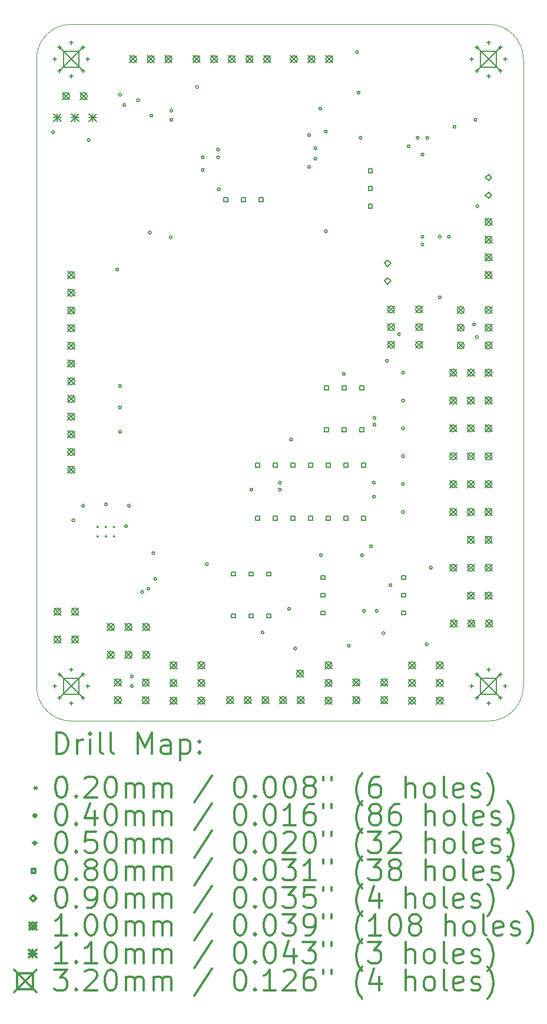
<source format=gbr>
%FSLAX45Y45*%
G04 Gerber Fmt 4.5, Leading zero omitted, Abs format (unit mm)*
G04 Created by KiCad (PCBNEW (5.1.9)-1) date 2021-08-28 00:30:39*
%MOMM*%
%LPD*%
G01*
G04 APERTURE LIST*
%TA.AperFunction,Profile*%
%ADD10C,0.050000*%
%TD*%
%ADD11C,0.200000*%
%ADD12C,0.300000*%
G04 APERTURE END LIST*
D10*
X16500000Y-5000000D02*
G75*
G02*
X17000000Y-5500000I0J-500000D01*
G01*
X17000000Y-14500000D02*
G75*
G02*
X16500000Y-15000000I-500000J0D01*
G01*
X10500000Y-15000000D02*
G75*
G02*
X10000000Y-14500000I0J500000D01*
G01*
X10000000Y-5500000D02*
G75*
G02*
X10500000Y-5000000I500000J0D01*
G01*
X10000000Y-5500000D02*
X10000000Y-14500000D01*
X16500000Y-5000000D02*
X10500000Y-5000000D01*
X17000000Y-14500000D02*
X17000000Y-5500000D01*
X10500000Y-15000000D02*
X16500000Y-15000000D01*
D11*
X10870000Y-12200000D02*
X10890000Y-12220000D01*
X10890000Y-12200000D02*
X10870000Y-12220000D01*
X10870000Y-12340000D02*
X10890000Y-12360000D01*
X10890000Y-12340000D02*
X10870000Y-12360000D01*
X10990000Y-12200000D02*
X11010000Y-12220000D01*
X11010000Y-12200000D02*
X10990000Y-12220000D01*
X10990000Y-12340000D02*
X11010000Y-12360000D01*
X11010000Y-12340000D02*
X10990000Y-12360000D01*
X11110000Y-12200000D02*
X11130000Y-12220000D01*
X11130000Y-12200000D02*
X11110000Y-12220000D01*
X11110000Y-12340000D02*
X11130000Y-12360000D01*
X11130000Y-12340000D02*
X11110000Y-12360000D01*
X10260000Y-6550000D02*
G75*
G03*
X10260000Y-6550000I-20000J0D01*
G01*
X10550000Y-12120000D02*
G75*
G03*
X10550000Y-12120000I-20000J0D01*
G01*
X10690000Y-11910000D02*
G75*
G03*
X10690000Y-11910000I-20000J0D01*
G01*
X10770000Y-6660000D02*
G75*
G03*
X10770000Y-6660000I-20000J0D01*
G01*
X11020000Y-11890000D02*
G75*
G03*
X11020000Y-11890000I-20000J0D01*
G01*
X11180000Y-8520000D02*
G75*
G03*
X11180000Y-8520000I-20000J0D01*
G01*
X11220000Y-6010000D02*
G75*
G03*
X11220000Y-6010000I-20000J0D01*
G01*
X11220000Y-10190000D02*
G75*
G03*
X11220000Y-10190000I-20000J0D01*
G01*
X11220000Y-10500000D02*
G75*
G03*
X11220000Y-10500000I-20000J0D01*
G01*
X11220000Y-10850000D02*
G75*
G03*
X11220000Y-10850000I-20000J0D01*
G01*
X11280000Y-6160000D02*
G75*
G03*
X11280000Y-6160000I-20000J0D01*
G01*
X11306250Y-12203750D02*
G75*
G03*
X11306250Y-12203750I-20000J0D01*
G01*
X11350000Y-11910000D02*
G75*
G03*
X11350000Y-11910000I-20000J0D01*
G01*
X11390000Y-14360000D02*
G75*
G03*
X11390000Y-14360000I-20000J0D01*
G01*
X11390000Y-14500000D02*
G75*
G03*
X11390000Y-14500000I-20000J0D01*
G01*
X11480000Y-6090000D02*
G75*
G03*
X11480000Y-6090000I-20000J0D01*
G01*
X11540000Y-13150000D02*
G75*
G03*
X11540000Y-13150000I-20000J0D01*
G01*
X11630000Y-13100000D02*
G75*
G03*
X11630000Y-13100000I-20000J0D01*
G01*
X11650000Y-7990000D02*
G75*
G03*
X11650000Y-7990000I-20000J0D01*
G01*
X11670000Y-6310000D02*
G75*
G03*
X11670000Y-6310000I-20000J0D01*
G01*
X11700000Y-12590000D02*
G75*
G03*
X11700000Y-12590000I-20000J0D01*
G01*
X11730000Y-12960000D02*
G75*
G03*
X11730000Y-12960000I-20000J0D01*
G01*
X11950000Y-8060000D02*
G75*
G03*
X11950000Y-8060000I-20000J0D01*
G01*
X11959999Y-6240000D02*
G75*
G03*
X11959999Y-6240000I-20000J0D01*
G01*
X11960000Y-6369996D02*
G75*
G03*
X11960000Y-6369996I-20000J0D01*
G01*
X12330000Y-5900000D02*
G75*
G03*
X12330000Y-5900000I-20000J0D01*
G01*
X12410000Y-7090000D02*
G75*
G03*
X12410000Y-7090000I-20000J0D01*
G01*
X12410000Y-6910000D02*
G75*
G03*
X12410000Y-6910000I-20000J0D01*
G01*
X12470000Y-12750000D02*
G75*
G03*
X12470000Y-12750000I-20000J0D01*
G01*
X12630000Y-6800000D02*
G75*
G03*
X12630000Y-6800000I-20000J0D01*
G01*
X12630000Y-6910000D02*
G75*
G03*
X12630000Y-6910000I-20000J0D01*
G01*
X12640000Y-7370000D02*
G75*
G03*
X12640000Y-7370000I-20000J0D01*
G01*
X13110000Y-11680000D02*
G75*
G03*
X13110000Y-11680000I-20000J0D01*
G01*
X13270000Y-13730000D02*
G75*
G03*
X13270000Y-13730000I-20000J0D01*
G01*
X13520000Y-11580000D02*
G75*
G03*
X13520000Y-11580000I-20000J0D01*
G01*
X13520000Y-11680000D02*
G75*
G03*
X13520000Y-11680000I-20000J0D01*
G01*
X13650000Y-13390000D02*
G75*
G03*
X13650000Y-13390000I-20000J0D01*
G01*
X13680000Y-10960000D02*
G75*
G03*
X13680000Y-10960000I-20000J0D01*
G01*
X13740000Y-13960000D02*
G75*
G03*
X13740000Y-13960000I-20000J0D01*
G01*
X13940000Y-6590000D02*
G75*
G03*
X13940000Y-6590000I-20000J0D01*
G01*
X13940000Y-7050000D02*
G75*
G03*
X13940000Y-7050000I-20000J0D01*
G01*
X14030000Y-6780000D02*
G75*
G03*
X14030000Y-6780000I-20000J0D01*
G01*
X14030000Y-6930000D02*
G75*
G03*
X14030000Y-6930000I-20000J0D01*
G01*
X14100000Y-6210000D02*
G75*
G03*
X14100000Y-6210000I-20000J0D01*
G01*
X14110000Y-12620000D02*
G75*
G03*
X14110000Y-12620000I-20000J0D01*
G01*
X14180000Y-6540000D02*
G75*
G03*
X14180000Y-6540000I-20000J0D01*
G01*
X14180000Y-7970000D02*
G75*
G03*
X14180000Y-7970000I-20000J0D01*
G01*
X14440000Y-10020000D02*
G75*
G03*
X14440000Y-10020000I-20000J0D01*
G01*
X14510000Y-13920000D02*
G75*
G03*
X14510000Y-13920000I-20000J0D01*
G01*
X14630000Y-5400000D02*
G75*
G03*
X14630000Y-5400000I-20000J0D01*
G01*
X14650000Y-5980000D02*
G75*
G03*
X14650000Y-5980000I-20000J0D01*
G01*
X14680000Y-6630000D02*
G75*
G03*
X14680000Y-6630000I-20000J0D01*
G01*
X14700000Y-12620000D02*
G75*
G03*
X14700000Y-12620000I-20000J0D01*
G01*
X14730000Y-13420000D02*
G75*
G03*
X14730000Y-13420000I-20000J0D01*
G01*
X14830000Y-12490000D02*
G75*
G03*
X14830000Y-12490000I-20000J0D01*
G01*
X14870000Y-11580000D02*
G75*
G03*
X14870000Y-11580000I-20000J0D01*
G01*
X14870000Y-11780000D02*
G75*
G03*
X14870000Y-11780000I-20000J0D01*
G01*
X14880000Y-10650000D02*
G75*
G03*
X14880000Y-10650000I-20000J0D01*
G01*
X14880000Y-10750000D02*
G75*
G03*
X14880000Y-10750000I-20000J0D01*
G01*
X14910000Y-13420000D02*
G75*
G03*
X14910000Y-13420000I-20000J0D01*
G01*
X15010000Y-13740000D02*
G75*
G03*
X15010000Y-13740000I-20000J0D01*
G01*
X15060000Y-9830000D02*
G75*
G03*
X15060000Y-9830000I-20000J0D01*
G01*
X15110000Y-13050000D02*
G75*
G03*
X15110000Y-13050000I-20000J0D01*
G01*
X15230000Y-9450000D02*
G75*
G03*
X15230000Y-9450000I-20000J0D01*
G01*
X15290000Y-10000000D02*
G75*
G03*
X15290000Y-10000000I-20000J0D01*
G01*
X15290000Y-10400000D02*
G75*
G03*
X15290000Y-10400000I-20000J0D01*
G01*
X15290000Y-10800000D02*
G75*
G03*
X15290000Y-10800000I-20000J0D01*
G01*
X15290000Y-11200000D02*
G75*
G03*
X15290000Y-11200000I-20000J0D01*
G01*
X15290000Y-11600000D02*
G75*
G03*
X15290000Y-11600000I-20000J0D01*
G01*
X15290000Y-12000000D02*
G75*
G03*
X15290000Y-12000000I-20000J0D01*
G01*
X15370000Y-6750000D02*
G75*
G03*
X15370000Y-6750000I-20000J0D01*
G01*
X15500000Y-6630000D02*
G75*
G03*
X15500000Y-6630000I-20000J0D01*
G01*
X15570000Y-6870000D02*
G75*
G03*
X15570000Y-6870000I-20000J0D01*
G01*
X15570000Y-8050000D02*
G75*
G03*
X15570000Y-8050000I-20000J0D01*
G01*
X15570000Y-8160000D02*
G75*
G03*
X15570000Y-8160000I-20000J0D01*
G01*
X15630000Y-13900000D02*
G75*
G03*
X15630000Y-13900000I-20000J0D01*
G01*
X15640000Y-6630000D02*
G75*
G03*
X15640000Y-6630000I-20000J0D01*
G01*
X15690000Y-12800000D02*
G75*
G03*
X15690000Y-12800000I-20000J0D01*
G01*
X15820000Y-8050000D02*
G75*
G03*
X15820000Y-8050000I-20000J0D01*
G01*
X15820000Y-8920000D02*
G75*
G03*
X15820000Y-8920000I-20000J0D01*
G01*
X15950000Y-8050000D02*
G75*
G03*
X15950000Y-8050000I-20000J0D01*
G01*
X16030000Y-6470000D02*
G75*
G03*
X16030000Y-6470000I-20000J0D01*
G01*
X16310000Y-9310000D02*
G75*
G03*
X16310000Y-9310000I-20000J0D01*
G01*
X16330000Y-6370000D02*
G75*
G03*
X16330000Y-6370000I-20000J0D01*
G01*
X16350000Y-9490000D02*
G75*
G03*
X16350000Y-9490000I-20000J0D01*
G01*
X16360000Y-7610000D02*
G75*
G03*
X16360000Y-7610000I-20000J0D01*
G01*
X10260000Y-5475000D02*
X10260000Y-5525000D01*
X10235000Y-5500000D02*
X10285000Y-5500000D01*
X10260000Y-14475000D02*
X10260000Y-14525000D01*
X10235000Y-14500000D02*
X10285000Y-14500000D01*
X10330294Y-5305294D02*
X10330294Y-5355294D01*
X10305294Y-5330294D02*
X10355294Y-5330294D01*
X10330294Y-5644706D02*
X10330294Y-5694706D01*
X10305294Y-5669706D02*
X10355294Y-5669706D01*
X10330294Y-14305294D02*
X10330294Y-14355294D01*
X10305294Y-14330294D02*
X10355294Y-14330294D01*
X10330294Y-14644706D02*
X10330294Y-14694706D01*
X10305294Y-14669706D02*
X10355294Y-14669706D01*
X10500000Y-5235000D02*
X10500000Y-5285000D01*
X10475000Y-5260000D02*
X10525000Y-5260000D01*
X10500000Y-5715000D02*
X10500000Y-5765000D01*
X10475000Y-5740000D02*
X10525000Y-5740000D01*
X10500000Y-14235000D02*
X10500000Y-14285000D01*
X10475000Y-14260000D02*
X10525000Y-14260000D01*
X10500000Y-14715000D02*
X10500000Y-14765000D01*
X10475000Y-14740000D02*
X10525000Y-14740000D01*
X10669706Y-5305294D02*
X10669706Y-5355294D01*
X10644706Y-5330294D02*
X10694706Y-5330294D01*
X10669706Y-5644706D02*
X10669706Y-5694706D01*
X10644706Y-5669706D02*
X10694706Y-5669706D01*
X10669706Y-14305294D02*
X10669706Y-14355294D01*
X10644706Y-14330294D02*
X10694706Y-14330294D01*
X10669706Y-14644706D02*
X10669706Y-14694706D01*
X10644706Y-14669706D02*
X10694706Y-14669706D01*
X10740000Y-5475000D02*
X10740000Y-5525000D01*
X10715000Y-5500000D02*
X10765000Y-5500000D01*
X10740000Y-14475000D02*
X10740000Y-14525000D01*
X10715000Y-14500000D02*
X10765000Y-14500000D01*
X16260000Y-5475000D02*
X16260000Y-5525000D01*
X16235000Y-5500000D02*
X16285000Y-5500000D01*
X16260000Y-14475000D02*
X16260000Y-14525000D01*
X16235000Y-14500000D02*
X16285000Y-14500000D01*
X16330294Y-5305294D02*
X16330294Y-5355294D01*
X16305294Y-5330294D02*
X16355294Y-5330294D01*
X16330294Y-5644706D02*
X16330294Y-5694706D01*
X16305294Y-5669706D02*
X16355294Y-5669706D01*
X16330294Y-14305294D02*
X16330294Y-14355294D01*
X16305294Y-14330294D02*
X16355294Y-14330294D01*
X16330294Y-14644706D02*
X16330294Y-14694706D01*
X16305294Y-14669706D02*
X16355294Y-14669706D01*
X16500000Y-5235000D02*
X16500000Y-5285000D01*
X16475000Y-5260000D02*
X16525000Y-5260000D01*
X16500000Y-5715000D02*
X16500000Y-5765000D01*
X16475000Y-5740000D02*
X16525000Y-5740000D01*
X16500000Y-14235000D02*
X16500000Y-14285000D01*
X16475000Y-14260000D02*
X16525000Y-14260000D01*
X16500000Y-14715000D02*
X16500000Y-14765000D01*
X16475000Y-14740000D02*
X16525000Y-14740000D01*
X16669706Y-5305294D02*
X16669706Y-5355294D01*
X16644706Y-5330294D02*
X16694706Y-5330294D01*
X16669706Y-5644706D02*
X16669706Y-5694706D01*
X16644706Y-5669706D02*
X16694706Y-5669706D01*
X16669706Y-14305294D02*
X16669706Y-14355294D01*
X16644706Y-14330294D02*
X16694706Y-14330294D01*
X16669706Y-14644706D02*
X16669706Y-14694706D01*
X16644706Y-14669706D02*
X16694706Y-14669706D01*
X16740000Y-5475000D02*
X16740000Y-5525000D01*
X16715000Y-5500000D02*
X16765000Y-5500000D01*
X16740000Y-14475000D02*
X16740000Y-14525000D01*
X16715000Y-14500000D02*
X16765000Y-14500000D01*
X12748284Y-7548284D02*
X12748284Y-7491715D01*
X12691715Y-7491715D01*
X12691715Y-7548284D01*
X12748284Y-7548284D01*
X12858284Y-12918284D02*
X12858284Y-12861715D01*
X12801715Y-12861715D01*
X12801715Y-12918284D01*
X12858284Y-12918284D01*
X12858284Y-13518284D02*
X12858284Y-13461715D01*
X12801715Y-13461715D01*
X12801715Y-13518284D01*
X12858284Y-13518284D01*
X13002284Y-7548284D02*
X13002284Y-7491715D01*
X12945715Y-7491715D01*
X12945715Y-7548284D01*
X13002284Y-7548284D01*
X13112284Y-12918284D02*
X13112284Y-12861715D01*
X13055715Y-12861715D01*
X13055715Y-12918284D01*
X13112284Y-12918284D01*
X13112284Y-13518284D02*
X13112284Y-13461715D01*
X13055715Y-13461715D01*
X13055715Y-13518284D01*
X13112284Y-13518284D01*
X13208284Y-11356284D02*
X13208284Y-11299715D01*
X13151715Y-11299715D01*
X13151715Y-11356284D01*
X13208284Y-11356284D01*
X13208284Y-12118284D02*
X13208284Y-12061715D01*
X13151715Y-12061715D01*
X13151715Y-12118284D01*
X13208284Y-12118284D01*
X13256284Y-7548284D02*
X13256284Y-7491715D01*
X13199715Y-7491715D01*
X13199715Y-7548284D01*
X13256284Y-7548284D01*
X13366284Y-12918284D02*
X13366284Y-12861715D01*
X13309715Y-12861715D01*
X13309715Y-12918284D01*
X13366284Y-12918284D01*
X13366284Y-13518284D02*
X13366284Y-13461715D01*
X13309715Y-13461715D01*
X13309715Y-13518284D01*
X13366284Y-13518284D01*
X13462284Y-11356284D02*
X13462284Y-11299715D01*
X13405715Y-11299715D01*
X13405715Y-11356284D01*
X13462284Y-11356284D01*
X13462284Y-12118284D02*
X13462284Y-12061715D01*
X13405715Y-12061715D01*
X13405715Y-12118284D01*
X13462284Y-12118284D01*
X13716284Y-11356284D02*
X13716284Y-11299715D01*
X13659715Y-11299715D01*
X13659715Y-11356284D01*
X13716284Y-11356284D01*
X13716284Y-12118284D02*
X13716284Y-12061715D01*
X13659715Y-12061715D01*
X13659715Y-12118284D01*
X13716284Y-12118284D01*
X13970284Y-11356284D02*
X13970284Y-11299715D01*
X13913715Y-11299715D01*
X13913715Y-11356284D01*
X13970284Y-11356284D01*
X13970284Y-12118284D02*
X13970284Y-12061715D01*
X13913715Y-12061715D01*
X13913715Y-12118284D01*
X13970284Y-12118284D01*
X14148284Y-12968284D02*
X14148284Y-12911715D01*
X14091715Y-12911715D01*
X14091715Y-12968284D01*
X14148284Y-12968284D01*
X14148284Y-13222284D02*
X14148284Y-13165715D01*
X14091715Y-13165715D01*
X14091715Y-13222284D01*
X14148284Y-13222284D01*
X14148284Y-13476284D02*
X14148284Y-13419715D01*
X14091715Y-13419715D01*
X14091715Y-13476284D01*
X14148284Y-13476284D01*
X14198284Y-10248285D02*
X14198284Y-10191716D01*
X14141715Y-10191716D01*
X14141715Y-10248285D01*
X14198284Y-10248285D01*
X14198284Y-10848285D02*
X14198284Y-10791716D01*
X14141715Y-10791716D01*
X14141715Y-10848285D01*
X14198284Y-10848285D01*
X14224284Y-11356284D02*
X14224284Y-11299715D01*
X14167715Y-11299715D01*
X14167715Y-11356284D01*
X14224284Y-11356284D01*
X14224284Y-12118284D02*
X14224284Y-12061715D01*
X14167715Y-12061715D01*
X14167715Y-12118284D01*
X14224284Y-12118284D01*
X14452284Y-10248285D02*
X14452284Y-10191716D01*
X14395715Y-10191716D01*
X14395715Y-10248285D01*
X14452284Y-10248285D01*
X14452284Y-10848285D02*
X14452284Y-10791716D01*
X14395715Y-10791716D01*
X14395715Y-10848285D01*
X14452284Y-10848285D01*
X14478284Y-11356284D02*
X14478284Y-11299715D01*
X14421715Y-11299715D01*
X14421715Y-11356284D01*
X14478284Y-11356284D01*
X14478284Y-12118284D02*
X14478284Y-12061715D01*
X14421715Y-12061715D01*
X14421715Y-12118284D01*
X14478284Y-12118284D01*
X14706284Y-10248285D02*
X14706284Y-10191716D01*
X14649715Y-10191716D01*
X14649715Y-10248285D01*
X14706284Y-10248285D01*
X14706284Y-10848285D02*
X14706284Y-10791716D01*
X14649715Y-10791716D01*
X14649715Y-10848285D01*
X14706284Y-10848285D01*
X14732284Y-11356284D02*
X14732284Y-11299715D01*
X14675715Y-11299715D01*
X14675715Y-11356284D01*
X14732284Y-11356284D01*
X14732284Y-12118284D02*
X14732284Y-12061715D01*
X14675715Y-12061715D01*
X14675715Y-12118284D01*
X14732284Y-12118284D01*
X14828284Y-7130284D02*
X14828284Y-7073715D01*
X14771715Y-7073715D01*
X14771715Y-7130284D01*
X14828284Y-7130284D01*
X14828284Y-7384284D02*
X14828284Y-7327715D01*
X14771715Y-7327715D01*
X14771715Y-7384284D01*
X14828284Y-7384284D01*
X14828284Y-7638284D02*
X14828284Y-7581715D01*
X14771715Y-7581715D01*
X14771715Y-7638284D01*
X14828284Y-7638284D01*
X15308284Y-12968284D02*
X15308284Y-12911715D01*
X15251715Y-12911715D01*
X15251715Y-12968284D01*
X15308284Y-12968284D01*
X15308284Y-13222284D02*
X15308284Y-13165715D01*
X15251715Y-13165715D01*
X15251715Y-13222284D01*
X15308284Y-13222284D01*
X15308284Y-13476284D02*
X15308284Y-13419715D01*
X15251715Y-13419715D01*
X15251715Y-13476284D01*
X15308284Y-13476284D01*
X15050000Y-8475000D02*
X15095000Y-8430000D01*
X15050000Y-8385000D01*
X15005000Y-8430000D01*
X15050000Y-8475000D01*
X15050000Y-8729000D02*
X15095000Y-8684000D01*
X15050000Y-8639000D01*
X15005000Y-8684000D01*
X15050000Y-8729000D01*
X16500000Y-7245000D02*
X16545000Y-7200000D01*
X16500000Y-7155000D01*
X16455000Y-7200000D01*
X16500000Y-7245000D01*
X16500000Y-7499000D02*
X16545000Y-7454000D01*
X16500000Y-7409000D01*
X16455000Y-7454000D01*
X16500000Y-7499000D01*
X10250000Y-13380000D02*
X10350000Y-13480000D01*
X10350000Y-13380000D02*
X10250000Y-13480000D01*
X10350000Y-13430000D02*
G75*
G03*
X10350000Y-13430000I-50000J0D01*
G01*
X10250000Y-13780000D02*
X10350000Y-13880000D01*
X10350000Y-13780000D02*
X10250000Y-13880000D01*
X10350000Y-13830000D02*
G75*
G03*
X10350000Y-13830000I-50000J0D01*
G01*
X10376000Y-5980000D02*
X10476000Y-6080000D01*
X10476000Y-5980000D02*
X10376000Y-6080000D01*
X10476000Y-6030000D02*
G75*
G03*
X10476000Y-6030000I-50000J0D01*
G01*
X10450000Y-8550000D02*
X10550000Y-8650000D01*
X10550000Y-8550000D02*
X10450000Y-8650000D01*
X10550000Y-8600000D02*
G75*
G03*
X10550000Y-8600000I-50000J0D01*
G01*
X10450000Y-8804000D02*
X10550000Y-8904000D01*
X10550000Y-8804000D02*
X10450000Y-8904000D01*
X10550000Y-8854000D02*
G75*
G03*
X10550000Y-8854000I-50000J0D01*
G01*
X10450000Y-9058000D02*
X10550000Y-9158000D01*
X10550000Y-9058000D02*
X10450000Y-9158000D01*
X10550000Y-9108000D02*
G75*
G03*
X10550000Y-9108000I-50000J0D01*
G01*
X10450000Y-9312000D02*
X10550000Y-9412000D01*
X10550000Y-9312000D02*
X10450000Y-9412000D01*
X10550000Y-9362000D02*
G75*
G03*
X10550000Y-9362000I-50000J0D01*
G01*
X10450000Y-9566000D02*
X10550000Y-9666000D01*
X10550000Y-9566000D02*
X10450000Y-9666000D01*
X10550000Y-9616000D02*
G75*
G03*
X10550000Y-9616000I-50000J0D01*
G01*
X10450000Y-9820000D02*
X10550000Y-9920000D01*
X10550000Y-9820000D02*
X10450000Y-9920000D01*
X10550000Y-9870000D02*
G75*
G03*
X10550000Y-9870000I-50000J0D01*
G01*
X10450000Y-10074000D02*
X10550000Y-10174000D01*
X10550000Y-10074000D02*
X10450000Y-10174000D01*
X10550000Y-10124000D02*
G75*
G03*
X10550000Y-10124000I-50000J0D01*
G01*
X10450000Y-10328000D02*
X10550000Y-10428000D01*
X10550000Y-10328000D02*
X10450000Y-10428000D01*
X10550000Y-10378000D02*
G75*
G03*
X10550000Y-10378000I-50000J0D01*
G01*
X10450000Y-10582000D02*
X10550000Y-10682000D01*
X10550000Y-10582000D02*
X10450000Y-10682000D01*
X10550000Y-10632000D02*
G75*
G03*
X10550000Y-10632000I-50000J0D01*
G01*
X10450000Y-10836000D02*
X10550000Y-10936000D01*
X10550000Y-10836000D02*
X10450000Y-10936000D01*
X10550000Y-10886000D02*
G75*
G03*
X10550000Y-10886000I-50000J0D01*
G01*
X10450000Y-11090000D02*
X10550000Y-11190000D01*
X10550000Y-11090000D02*
X10450000Y-11190000D01*
X10550000Y-11140000D02*
G75*
G03*
X10550000Y-11140000I-50000J0D01*
G01*
X10450000Y-11344000D02*
X10550000Y-11444000D01*
X10550000Y-11344000D02*
X10450000Y-11444000D01*
X10550000Y-11394000D02*
G75*
G03*
X10550000Y-11394000I-50000J0D01*
G01*
X10504000Y-13380000D02*
X10604000Y-13480000D01*
X10604000Y-13380000D02*
X10504000Y-13480000D01*
X10604000Y-13430000D02*
G75*
G03*
X10604000Y-13430000I-50000J0D01*
G01*
X10504000Y-13780000D02*
X10604000Y-13880000D01*
X10604000Y-13780000D02*
X10504000Y-13880000D01*
X10604000Y-13830000D02*
G75*
G03*
X10604000Y-13830000I-50000J0D01*
G01*
X10630000Y-5980000D02*
X10730000Y-6080000D01*
X10730000Y-5980000D02*
X10630000Y-6080000D01*
X10730000Y-6030000D02*
G75*
G03*
X10730000Y-6030000I-50000J0D01*
G01*
X11020000Y-13600000D02*
X11120000Y-13700000D01*
X11120000Y-13600000D02*
X11020000Y-13700000D01*
X11120000Y-13650000D02*
G75*
G03*
X11120000Y-13650000I-50000J0D01*
G01*
X11020000Y-14000000D02*
X11120000Y-14100000D01*
X11120000Y-14000000D02*
X11020000Y-14100000D01*
X11120000Y-14050000D02*
G75*
G03*
X11120000Y-14050000I-50000J0D01*
G01*
X11120000Y-14396000D02*
X11220000Y-14496000D01*
X11220000Y-14396000D02*
X11120000Y-14496000D01*
X11220000Y-14446000D02*
G75*
G03*
X11220000Y-14446000I-50000J0D01*
G01*
X11120000Y-14650000D02*
X11220000Y-14750000D01*
X11220000Y-14650000D02*
X11120000Y-14750000D01*
X11220000Y-14700000D02*
G75*
G03*
X11220000Y-14700000I-50000J0D01*
G01*
X11274000Y-13600000D02*
X11374000Y-13700000D01*
X11374000Y-13600000D02*
X11274000Y-13700000D01*
X11374000Y-13650000D02*
G75*
G03*
X11374000Y-13650000I-50000J0D01*
G01*
X11274000Y-14000000D02*
X11374000Y-14100000D01*
X11374000Y-14000000D02*
X11274000Y-14100000D01*
X11374000Y-14050000D02*
G75*
G03*
X11374000Y-14050000I-50000J0D01*
G01*
X11340000Y-5450000D02*
X11440000Y-5550000D01*
X11440000Y-5450000D02*
X11340000Y-5550000D01*
X11440000Y-5500000D02*
G75*
G03*
X11440000Y-5500000I-50000J0D01*
G01*
X11520000Y-14400000D02*
X11620000Y-14500000D01*
X11620000Y-14400000D02*
X11520000Y-14500000D01*
X11620000Y-14450000D02*
G75*
G03*
X11620000Y-14450000I-50000J0D01*
G01*
X11520000Y-14654000D02*
X11620000Y-14754000D01*
X11620000Y-14654000D02*
X11520000Y-14754000D01*
X11620000Y-14704000D02*
G75*
G03*
X11620000Y-14704000I-50000J0D01*
G01*
X11528000Y-13600000D02*
X11628000Y-13700000D01*
X11628000Y-13600000D02*
X11528000Y-13700000D01*
X11628000Y-13650000D02*
G75*
G03*
X11628000Y-13650000I-50000J0D01*
G01*
X11528000Y-14000000D02*
X11628000Y-14100000D01*
X11628000Y-14000000D02*
X11528000Y-14100000D01*
X11628000Y-14050000D02*
G75*
G03*
X11628000Y-14050000I-50000J0D01*
G01*
X11594000Y-5450000D02*
X11694000Y-5550000D01*
X11694000Y-5450000D02*
X11594000Y-5550000D01*
X11694000Y-5500000D02*
G75*
G03*
X11694000Y-5500000I-50000J0D01*
G01*
X11848000Y-5450000D02*
X11948000Y-5550000D01*
X11948000Y-5450000D02*
X11848000Y-5550000D01*
X11948000Y-5500000D02*
G75*
G03*
X11948000Y-5500000I-50000J0D01*
G01*
X11920000Y-14150000D02*
X12020000Y-14250000D01*
X12020000Y-14150000D02*
X11920000Y-14250000D01*
X12020000Y-14200000D02*
G75*
G03*
X12020000Y-14200000I-50000J0D01*
G01*
X11920000Y-14404000D02*
X12020000Y-14504000D01*
X12020000Y-14404000D02*
X11920000Y-14504000D01*
X12020000Y-14454000D02*
G75*
G03*
X12020000Y-14454000I-50000J0D01*
G01*
X11920000Y-14658000D02*
X12020000Y-14758000D01*
X12020000Y-14658000D02*
X11920000Y-14758000D01*
X12020000Y-14708000D02*
G75*
G03*
X12020000Y-14708000I-50000J0D01*
G01*
X12250000Y-5450000D02*
X12350000Y-5550000D01*
X12350000Y-5450000D02*
X12250000Y-5550000D01*
X12350000Y-5500000D02*
G75*
G03*
X12350000Y-5500000I-50000J0D01*
G01*
X12320000Y-14150000D02*
X12420000Y-14250000D01*
X12420000Y-14150000D02*
X12320000Y-14250000D01*
X12420000Y-14200000D02*
G75*
G03*
X12420000Y-14200000I-50000J0D01*
G01*
X12320000Y-14404000D02*
X12420000Y-14504000D01*
X12420000Y-14404000D02*
X12320000Y-14504000D01*
X12420000Y-14454000D02*
G75*
G03*
X12420000Y-14454000I-50000J0D01*
G01*
X12320000Y-14658000D02*
X12420000Y-14758000D01*
X12420000Y-14658000D02*
X12320000Y-14758000D01*
X12420000Y-14708000D02*
G75*
G03*
X12420000Y-14708000I-50000J0D01*
G01*
X12504000Y-5450000D02*
X12604000Y-5550000D01*
X12604000Y-5450000D02*
X12504000Y-5550000D01*
X12604000Y-5500000D02*
G75*
G03*
X12604000Y-5500000I-50000J0D01*
G01*
X12734000Y-14650000D02*
X12834000Y-14750000D01*
X12834000Y-14650000D02*
X12734000Y-14750000D01*
X12834000Y-14700000D02*
G75*
G03*
X12834000Y-14700000I-50000J0D01*
G01*
X12758000Y-5450000D02*
X12858000Y-5550000D01*
X12858000Y-5450000D02*
X12758000Y-5550000D01*
X12858000Y-5500000D02*
G75*
G03*
X12858000Y-5500000I-50000J0D01*
G01*
X12988000Y-14650000D02*
X13088000Y-14750000D01*
X13088000Y-14650000D02*
X12988000Y-14750000D01*
X13088000Y-14700000D02*
G75*
G03*
X13088000Y-14700000I-50000J0D01*
G01*
X13012000Y-5450000D02*
X13112000Y-5550000D01*
X13112000Y-5450000D02*
X13012000Y-5550000D01*
X13112000Y-5500000D02*
G75*
G03*
X13112000Y-5500000I-50000J0D01*
G01*
X13242000Y-14650000D02*
X13342000Y-14750000D01*
X13342000Y-14650000D02*
X13242000Y-14750000D01*
X13342000Y-14700000D02*
G75*
G03*
X13342000Y-14700000I-50000J0D01*
G01*
X13266000Y-5450000D02*
X13366000Y-5550000D01*
X13366000Y-5450000D02*
X13266000Y-5550000D01*
X13366000Y-5500000D02*
G75*
G03*
X13366000Y-5500000I-50000J0D01*
G01*
X13496000Y-14650000D02*
X13596000Y-14750000D01*
X13596000Y-14650000D02*
X13496000Y-14750000D01*
X13596000Y-14700000D02*
G75*
G03*
X13596000Y-14700000I-50000J0D01*
G01*
X13652000Y-5450000D02*
X13752000Y-5550000D01*
X13752000Y-5450000D02*
X13652000Y-5550000D01*
X13752000Y-5500000D02*
G75*
G03*
X13752000Y-5500000I-50000J0D01*
G01*
X13740000Y-14270000D02*
X13840000Y-14370000D01*
X13840000Y-14270000D02*
X13740000Y-14370000D01*
X13840000Y-14320000D02*
G75*
G03*
X13840000Y-14320000I-50000J0D01*
G01*
X13750000Y-14650000D02*
X13850000Y-14750000D01*
X13850000Y-14650000D02*
X13750000Y-14750000D01*
X13850000Y-14700000D02*
G75*
G03*
X13850000Y-14700000I-50000J0D01*
G01*
X13906000Y-5450000D02*
X14006000Y-5550000D01*
X14006000Y-5450000D02*
X13906000Y-5550000D01*
X14006000Y-5500000D02*
G75*
G03*
X14006000Y-5500000I-50000J0D01*
G01*
X14150000Y-14150000D02*
X14250000Y-14250000D01*
X14250000Y-14150000D02*
X14150000Y-14250000D01*
X14250000Y-14200000D02*
G75*
G03*
X14250000Y-14200000I-50000J0D01*
G01*
X14150000Y-14404000D02*
X14250000Y-14504000D01*
X14250000Y-14404000D02*
X14150000Y-14504000D01*
X14250000Y-14454000D02*
G75*
G03*
X14250000Y-14454000I-50000J0D01*
G01*
X14150000Y-14658000D02*
X14250000Y-14758000D01*
X14250000Y-14658000D02*
X14150000Y-14758000D01*
X14250000Y-14708000D02*
G75*
G03*
X14250000Y-14708000I-50000J0D01*
G01*
X14160000Y-5450000D02*
X14260000Y-5550000D01*
X14260000Y-5450000D02*
X14160000Y-5550000D01*
X14260000Y-5500000D02*
G75*
G03*
X14260000Y-5500000I-50000J0D01*
G01*
X14550000Y-14396000D02*
X14650000Y-14496000D01*
X14650000Y-14396000D02*
X14550000Y-14496000D01*
X14650000Y-14446000D02*
G75*
G03*
X14650000Y-14446000I-50000J0D01*
G01*
X14550000Y-14650000D02*
X14650000Y-14750000D01*
X14650000Y-14650000D02*
X14550000Y-14750000D01*
X14650000Y-14700000D02*
G75*
G03*
X14650000Y-14700000I-50000J0D01*
G01*
X14950000Y-14396000D02*
X15050000Y-14496000D01*
X15050000Y-14396000D02*
X14950000Y-14496000D01*
X15050000Y-14446000D02*
G75*
G03*
X15050000Y-14446000I-50000J0D01*
G01*
X14950000Y-14650000D02*
X15050000Y-14750000D01*
X15050000Y-14650000D02*
X14950000Y-14750000D01*
X15050000Y-14700000D02*
G75*
G03*
X15050000Y-14700000I-50000J0D01*
G01*
X15050000Y-9042000D02*
X15150000Y-9142000D01*
X15150000Y-9042000D02*
X15050000Y-9142000D01*
X15150000Y-9092000D02*
G75*
G03*
X15150000Y-9092000I-50000J0D01*
G01*
X15050000Y-9296000D02*
X15150000Y-9396000D01*
X15150000Y-9296000D02*
X15050000Y-9396000D01*
X15150000Y-9346000D02*
G75*
G03*
X15150000Y-9346000I-50000J0D01*
G01*
X15050000Y-9550000D02*
X15150000Y-9650000D01*
X15150000Y-9550000D02*
X15050000Y-9650000D01*
X15150000Y-9600000D02*
G75*
G03*
X15150000Y-9600000I-50000J0D01*
G01*
X15350000Y-14150000D02*
X15450000Y-14250000D01*
X15450000Y-14150000D02*
X15350000Y-14250000D01*
X15450000Y-14200000D02*
G75*
G03*
X15450000Y-14200000I-50000J0D01*
G01*
X15350000Y-14404000D02*
X15450000Y-14504000D01*
X15450000Y-14404000D02*
X15350000Y-14504000D01*
X15450000Y-14454000D02*
G75*
G03*
X15450000Y-14454000I-50000J0D01*
G01*
X15350000Y-14658000D02*
X15450000Y-14758000D01*
X15450000Y-14658000D02*
X15350000Y-14758000D01*
X15450000Y-14708000D02*
G75*
G03*
X15450000Y-14708000I-50000J0D01*
G01*
X15450000Y-9042000D02*
X15550000Y-9142000D01*
X15550000Y-9042000D02*
X15450000Y-9142000D01*
X15550000Y-9092000D02*
G75*
G03*
X15550000Y-9092000I-50000J0D01*
G01*
X15450000Y-9296000D02*
X15550000Y-9396000D01*
X15550000Y-9296000D02*
X15450000Y-9396000D01*
X15550000Y-9346000D02*
G75*
G03*
X15550000Y-9346000I-50000J0D01*
G01*
X15450000Y-9550000D02*
X15550000Y-9650000D01*
X15550000Y-9550000D02*
X15450000Y-9650000D01*
X15550000Y-9600000D02*
G75*
G03*
X15550000Y-9600000I-50000J0D01*
G01*
X15750000Y-14150000D02*
X15850000Y-14250000D01*
X15850000Y-14150000D02*
X15750000Y-14250000D01*
X15850000Y-14200000D02*
G75*
G03*
X15850000Y-14200000I-50000J0D01*
G01*
X15750000Y-14404000D02*
X15850000Y-14504000D01*
X15850000Y-14404000D02*
X15750000Y-14504000D01*
X15850000Y-14454000D02*
G75*
G03*
X15850000Y-14454000I-50000J0D01*
G01*
X15750000Y-14658000D02*
X15850000Y-14758000D01*
X15850000Y-14658000D02*
X15750000Y-14758000D01*
X15850000Y-14708000D02*
G75*
G03*
X15850000Y-14708000I-50000J0D01*
G01*
X15942000Y-9950000D02*
X16042000Y-10050000D01*
X16042000Y-9950000D02*
X15942000Y-10050000D01*
X16042000Y-10000000D02*
G75*
G03*
X16042000Y-10000000I-50000J0D01*
G01*
X15942000Y-10350000D02*
X16042000Y-10450000D01*
X16042000Y-10350000D02*
X15942000Y-10450000D01*
X16042000Y-10400000D02*
G75*
G03*
X16042000Y-10400000I-50000J0D01*
G01*
X15942000Y-10750000D02*
X16042000Y-10850000D01*
X16042000Y-10750000D02*
X15942000Y-10850000D01*
X16042000Y-10800000D02*
G75*
G03*
X16042000Y-10800000I-50000J0D01*
G01*
X15942000Y-11150000D02*
X16042000Y-11250000D01*
X16042000Y-11150000D02*
X15942000Y-11250000D01*
X16042000Y-11200000D02*
G75*
G03*
X16042000Y-11200000I-50000J0D01*
G01*
X15942000Y-11550000D02*
X16042000Y-11650000D01*
X16042000Y-11550000D02*
X15942000Y-11650000D01*
X16042000Y-11600000D02*
G75*
G03*
X16042000Y-11600000I-50000J0D01*
G01*
X15942000Y-11950000D02*
X16042000Y-12050000D01*
X16042000Y-11950000D02*
X15942000Y-12050000D01*
X16042000Y-12000000D02*
G75*
G03*
X16042000Y-12000000I-50000J0D01*
G01*
X15942000Y-12750000D02*
X16042000Y-12850000D01*
X16042000Y-12750000D02*
X15942000Y-12850000D01*
X16042000Y-12800000D02*
G75*
G03*
X16042000Y-12800000I-50000J0D01*
G01*
X15950000Y-13550000D02*
X16050000Y-13650000D01*
X16050000Y-13550000D02*
X15950000Y-13650000D01*
X16050000Y-13600000D02*
G75*
G03*
X16050000Y-13600000I-50000J0D01*
G01*
X16050000Y-9050000D02*
X16150000Y-9150000D01*
X16150000Y-9050000D02*
X16050000Y-9150000D01*
X16150000Y-9100000D02*
G75*
G03*
X16150000Y-9100000I-50000J0D01*
G01*
X16050000Y-9304000D02*
X16150000Y-9404000D01*
X16150000Y-9304000D02*
X16050000Y-9404000D01*
X16150000Y-9354000D02*
G75*
G03*
X16150000Y-9354000I-50000J0D01*
G01*
X16050000Y-9558000D02*
X16150000Y-9658000D01*
X16150000Y-9558000D02*
X16050000Y-9658000D01*
X16150000Y-9608000D02*
G75*
G03*
X16150000Y-9608000I-50000J0D01*
G01*
X16196000Y-9950000D02*
X16296000Y-10050000D01*
X16296000Y-9950000D02*
X16196000Y-10050000D01*
X16296000Y-10000000D02*
G75*
G03*
X16296000Y-10000000I-50000J0D01*
G01*
X16196000Y-10350000D02*
X16296000Y-10450000D01*
X16296000Y-10350000D02*
X16196000Y-10450000D01*
X16296000Y-10400000D02*
G75*
G03*
X16296000Y-10400000I-50000J0D01*
G01*
X16196000Y-10750000D02*
X16296000Y-10850000D01*
X16296000Y-10750000D02*
X16196000Y-10850000D01*
X16296000Y-10800000D02*
G75*
G03*
X16296000Y-10800000I-50000J0D01*
G01*
X16196000Y-11150000D02*
X16296000Y-11250000D01*
X16296000Y-11150000D02*
X16196000Y-11250000D01*
X16296000Y-11200000D02*
G75*
G03*
X16296000Y-11200000I-50000J0D01*
G01*
X16196000Y-11550000D02*
X16296000Y-11650000D01*
X16296000Y-11550000D02*
X16196000Y-11650000D01*
X16296000Y-11600000D02*
G75*
G03*
X16296000Y-11600000I-50000J0D01*
G01*
X16196000Y-11950000D02*
X16296000Y-12050000D01*
X16296000Y-11950000D02*
X16196000Y-12050000D01*
X16296000Y-12000000D02*
G75*
G03*
X16296000Y-12000000I-50000J0D01*
G01*
X16196000Y-12350000D02*
X16296000Y-12450000D01*
X16296000Y-12350000D02*
X16196000Y-12450000D01*
X16296000Y-12400000D02*
G75*
G03*
X16296000Y-12400000I-50000J0D01*
G01*
X16196000Y-12750000D02*
X16296000Y-12850000D01*
X16296000Y-12750000D02*
X16196000Y-12850000D01*
X16296000Y-12800000D02*
G75*
G03*
X16296000Y-12800000I-50000J0D01*
G01*
X16196000Y-13150000D02*
X16296000Y-13250000D01*
X16296000Y-13150000D02*
X16196000Y-13250000D01*
X16296000Y-13200000D02*
G75*
G03*
X16296000Y-13200000I-50000J0D01*
G01*
X16204000Y-13550000D02*
X16304000Y-13650000D01*
X16304000Y-13550000D02*
X16204000Y-13650000D01*
X16304000Y-13600000D02*
G75*
G03*
X16304000Y-13600000I-50000J0D01*
G01*
X16450000Y-7788000D02*
X16550000Y-7888000D01*
X16550000Y-7788000D02*
X16450000Y-7888000D01*
X16550000Y-7838000D02*
G75*
G03*
X16550000Y-7838000I-50000J0D01*
G01*
X16450000Y-8042000D02*
X16550000Y-8142000D01*
X16550000Y-8042000D02*
X16450000Y-8142000D01*
X16550000Y-8092000D02*
G75*
G03*
X16550000Y-8092000I-50000J0D01*
G01*
X16450000Y-8296000D02*
X16550000Y-8396000D01*
X16550000Y-8296000D02*
X16450000Y-8396000D01*
X16550000Y-8346000D02*
G75*
G03*
X16550000Y-8346000I-50000J0D01*
G01*
X16450000Y-8550000D02*
X16550000Y-8650000D01*
X16550000Y-8550000D02*
X16450000Y-8650000D01*
X16550000Y-8600000D02*
G75*
G03*
X16550000Y-8600000I-50000J0D01*
G01*
X16450000Y-9050000D02*
X16550000Y-9150000D01*
X16550000Y-9050000D02*
X16450000Y-9150000D01*
X16550000Y-9100000D02*
G75*
G03*
X16550000Y-9100000I-50000J0D01*
G01*
X16450000Y-9304000D02*
X16550000Y-9404000D01*
X16550000Y-9304000D02*
X16450000Y-9404000D01*
X16550000Y-9354000D02*
G75*
G03*
X16550000Y-9354000I-50000J0D01*
G01*
X16450000Y-9558000D02*
X16550000Y-9658000D01*
X16550000Y-9558000D02*
X16450000Y-9658000D01*
X16550000Y-9608000D02*
G75*
G03*
X16550000Y-9608000I-50000J0D01*
G01*
X16450000Y-9950000D02*
X16550000Y-10050000D01*
X16550000Y-9950000D02*
X16450000Y-10050000D01*
X16550000Y-10000000D02*
G75*
G03*
X16550000Y-10000000I-50000J0D01*
G01*
X16450000Y-10350000D02*
X16550000Y-10450000D01*
X16550000Y-10350000D02*
X16450000Y-10450000D01*
X16550000Y-10400000D02*
G75*
G03*
X16550000Y-10400000I-50000J0D01*
G01*
X16450000Y-10750000D02*
X16550000Y-10850000D01*
X16550000Y-10750000D02*
X16450000Y-10850000D01*
X16550000Y-10800000D02*
G75*
G03*
X16550000Y-10800000I-50000J0D01*
G01*
X16450000Y-11150000D02*
X16550000Y-11250000D01*
X16550000Y-11150000D02*
X16450000Y-11250000D01*
X16550000Y-11200000D02*
G75*
G03*
X16550000Y-11200000I-50000J0D01*
G01*
X16450000Y-11550000D02*
X16550000Y-11650000D01*
X16550000Y-11550000D02*
X16450000Y-11650000D01*
X16550000Y-11600000D02*
G75*
G03*
X16550000Y-11600000I-50000J0D01*
G01*
X16450000Y-11950000D02*
X16550000Y-12050000D01*
X16550000Y-11950000D02*
X16450000Y-12050000D01*
X16550000Y-12000000D02*
G75*
G03*
X16550000Y-12000000I-50000J0D01*
G01*
X16450000Y-12350000D02*
X16550000Y-12450000D01*
X16550000Y-12350000D02*
X16450000Y-12450000D01*
X16550000Y-12400000D02*
G75*
G03*
X16550000Y-12400000I-50000J0D01*
G01*
X16450000Y-12750000D02*
X16550000Y-12850000D01*
X16550000Y-12750000D02*
X16450000Y-12850000D01*
X16550000Y-12800000D02*
G75*
G03*
X16550000Y-12800000I-50000J0D01*
G01*
X16450000Y-13150000D02*
X16550000Y-13250000D01*
X16550000Y-13150000D02*
X16450000Y-13250000D01*
X16550000Y-13200000D02*
G75*
G03*
X16550000Y-13200000I-50000J0D01*
G01*
X16458000Y-13550000D02*
X16558000Y-13650000D01*
X16558000Y-13550000D02*
X16458000Y-13650000D01*
X16558000Y-13600000D02*
G75*
G03*
X16558000Y-13600000I-50000J0D01*
G01*
X10245000Y-6285000D02*
X10355000Y-6395000D01*
X10355000Y-6285000D02*
X10245000Y-6395000D01*
X10300000Y-6285000D02*
X10300000Y-6395000D01*
X10245000Y-6340000D02*
X10355000Y-6340000D01*
X10499000Y-6285000D02*
X10609000Y-6395000D01*
X10609000Y-6285000D02*
X10499000Y-6395000D01*
X10554000Y-6285000D02*
X10554000Y-6395000D01*
X10499000Y-6340000D02*
X10609000Y-6340000D01*
X10753000Y-6285000D02*
X10863000Y-6395000D01*
X10863000Y-6285000D02*
X10753000Y-6395000D01*
X10808000Y-6285000D02*
X10808000Y-6395000D01*
X10753000Y-6340000D02*
X10863000Y-6340000D01*
X10340000Y-5340000D02*
X10660000Y-5660000D01*
X10660000Y-5340000D02*
X10340000Y-5660000D01*
X10613138Y-5613138D02*
X10613138Y-5386862D01*
X10386862Y-5386862D01*
X10386862Y-5613138D01*
X10613138Y-5613138D01*
X10340000Y-14340000D02*
X10660000Y-14660000D01*
X10660000Y-14340000D02*
X10340000Y-14660000D01*
X10613138Y-14613138D02*
X10613138Y-14386862D01*
X10386862Y-14386862D01*
X10386862Y-14613138D01*
X10613138Y-14613138D01*
X16340000Y-5340000D02*
X16660000Y-5660000D01*
X16660000Y-5340000D02*
X16340000Y-5660000D01*
X16613138Y-5613138D02*
X16613138Y-5386862D01*
X16386862Y-5386862D01*
X16386862Y-5613138D01*
X16613138Y-5613138D01*
X16340000Y-14340000D02*
X16660000Y-14660000D01*
X16660000Y-14340000D02*
X16340000Y-14660000D01*
X16613138Y-14613138D02*
X16613138Y-14386862D01*
X16386862Y-14386862D01*
X16386862Y-14613138D01*
X16613138Y-14613138D01*
D12*
X10283928Y-15468214D02*
X10283928Y-15168214D01*
X10355357Y-15168214D01*
X10398214Y-15182500D01*
X10426786Y-15211071D01*
X10441071Y-15239643D01*
X10455357Y-15296786D01*
X10455357Y-15339643D01*
X10441071Y-15396786D01*
X10426786Y-15425357D01*
X10398214Y-15453929D01*
X10355357Y-15468214D01*
X10283928Y-15468214D01*
X10583928Y-15468214D02*
X10583928Y-15268214D01*
X10583928Y-15325357D02*
X10598214Y-15296786D01*
X10612500Y-15282500D01*
X10641071Y-15268214D01*
X10669643Y-15268214D01*
X10769643Y-15468214D02*
X10769643Y-15268214D01*
X10769643Y-15168214D02*
X10755357Y-15182500D01*
X10769643Y-15196786D01*
X10783928Y-15182500D01*
X10769643Y-15168214D01*
X10769643Y-15196786D01*
X10955357Y-15468214D02*
X10926786Y-15453929D01*
X10912500Y-15425357D01*
X10912500Y-15168214D01*
X11112500Y-15468214D02*
X11083928Y-15453929D01*
X11069643Y-15425357D01*
X11069643Y-15168214D01*
X11455357Y-15468214D02*
X11455357Y-15168214D01*
X11555357Y-15382500D01*
X11655357Y-15168214D01*
X11655357Y-15468214D01*
X11926786Y-15468214D02*
X11926786Y-15311071D01*
X11912500Y-15282500D01*
X11883928Y-15268214D01*
X11826786Y-15268214D01*
X11798214Y-15282500D01*
X11926786Y-15453929D02*
X11898214Y-15468214D01*
X11826786Y-15468214D01*
X11798214Y-15453929D01*
X11783928Y-15425357D01*
X11783928Y-15396786D01*
X11798214Y-15368214D01*
X11826786Y-15353929D01*
X11898214Y-15353929D01*
X11926786Y-15339643D01*
X12069643Y-15268214D02*
X12069643Y-15568214D01*
X12069643Y-15282500D02*
X12098214Y-15268214D01*
X12155357Y-15268214D01*
X12183928Y-15282500D01*
X12198214Y-15296786D01*
X12212500Y-15325357D01*
X12212500Y-15411071D01*
X12198214Y-15439643D01*
X12183928Y-15453929D01*
X12155357Y-15468214D01*
X12098214Y-15468214D01*
X12069643Y-15453929D01*
X12341071Y-15439643D02*
X12355357Y-15453929D01*
X12341071Y-15468214D01*
X12326786Y-15453929D01*
X12341071Y-15439643D01*
X12341071Y-15468214D01*
X12341071Y-15282500D02*
X12355357Y-15296786D01*
X12341071Y-15311071D01*
X12326786Y-15296786D01*
X12341071Y-15282500D01*
X12341071Y-15311071D01*
X9977500Y-15952500D02*
X9997500Y-15972500D01*
X9997500Y-15952500D02*
X9977500Y-15972500D01*
X10341071Y-15798214D02*
X10369643Y-15798214D01*
X10398214Y-15812500D01*
X10412500Y-15826786D01*
X10426786Y-15855357D01*
X10441071Y-15912500D01*
X10441071Y-15983929D01*
X10426786Y-16041071D01*
X10412500Y-16069643D01*
X10398214Y-16083929D01*
X10369643Y-16098214D01*
X10341071Y-16098214D01*
X10312500Y-16083929D01*
X10298214Y-16069643D01*
X10283928Y-16041071D01*
X10269643Y-15983929D01*
X10269643Y-15912500D01*
X10283928Y-15855357D01*
X10298214Y-15826786D01*
X10312500Y-15812500D01*
X10341071Y-15798214D01*
X10569643Y-16069643D02*
X10583928Y-16083929D01*
X10569643Y-16098214D01*
X10555357Y-16083929D01*
X10569643Y-16069643D01*
X10569643Y-16098214D01*
X10698214Y-15826786D02*
X10712500Y-15812500D01*
X10741071Y-15798214D01*
X10812500Y-15798214D01*
X10841071Y-15812500D01*
X10855357Y-15826786D01*
X10869643Y-15855357D01*
X10869643Y-15883929D01*
X10855357Y-15926786D01*
X10683928Y-16098214D01*
X10869643Y-16098214D01*
X11055357Y-15798214D02*
X11083928Y-15798214D01*
X11112500Y-15812500D01*
X11126786Y-15826786D01*
X11141071Y-15855357D01*
X11155357Y-15912500D01*
X11155357Y-15983929D01*
X11141071Y-16041071D01*
X11126786Y-16069643D01*
X11112500Y-16083929D01*
X11083928Y-16098214D01*
X11055357Y-16098214D01*
X11026786Y-16083929D01*
X11012500Y-16069643D01*
X10998214Y-16041071D01*
X10983928Y-15983929D01*
X10983928Y-15912500D01*
X10998214Y-15855357D01*
X11012500Y-15826786D01*
X11026786Y-15812500D01*
X11055357Y-15798214D01*
X11283928Y-16098214D02*
X11283928Y-15898214D01*
X11283928Y-15926786D02*
X11298214Y-15912500D01*
X11326786Y-15898214D01*
X11369643Y-15898214D01*
X11398214Y-15912500D01*
X11412500Y-15941071D01*
X11412500Y-16098214D01*
X11412500Y-15941071D02*
X11426786Y-15912500D01*
X11455357Y-15898214D01*
X11498214Y-15898214D01*
X11526786Y-15912500D01*
X11541071Y-15941071D01*
X11541071Y-16098214D01*
X11683928Y-16098214D02*
X11683928Y-15898214D01*
X11683928Y-15926786D02*
X11698214Y-15912500D01*
X11726786Y-15898214D01*
X11769643Y-15898214D01*
X11798214Y-15912500D01*
X11812500Y-15941071D01*
X11812500Y-16098214D01*
X11812500Y-15941071D02*
X11826786Y-15912500D01*
X11855357Y-15898214D01*
X11898214Y-15898214D01*
X11926786Y-15912500D01*
X11941071Y-15941071D01*
X11941071Y-16098214D01*
X12526786Y-15783929D02*
X12269643Y-16169643D01*
X12912500Y-15798214D02*
X12941071Y-15798214D01*
X12969643Y-15812500D01*
X12983928Y-15826786D01*
X12998214Y-15855357D01*
X13012500Y-15912500D01*
X13012500Y-15983929D01*
X12998214Y-16041071D01*
X12983928Y-16069643D01*
X12969643Y-16083929D01*
X12941071Y-16098214D01*
X12912500Y-16098214D01*
X12883928Y-16083929D01*
X12869643Y-16069643D01*
X12855357Y-16041071D01*
X12841071Y-15983929D01*
X12841071Y-15912500D01*
X12855357Y-15855357D01*
X12869643Y-15826786D01*
X12883928Y-15812500D01*
X12912500Y-15798214D01*
X13141071Y-16069643D02*
X13155357Y-16083929D01*
X13141071Y-16098214D01*
X13126786Y-16083929D01*
X13141071Y-16069643D01*
X13141071Y-16098214D01*
X13341071Y-15798214D02*
X13369643Y-15798214D01*
X13398214Y-15812500D01*
X13412500Y-15826786D01*
X13426786Y-15855357D01*
X13441071Y-15912500D01*
X13441071Y-15983929D01*
X13426786Y-16041071D01*
X13412500Y-16069643D01*
X13398214Y-16083929D01*
X13369643Y-16098214D01*
X13341071Y-16098214D01*
X13312500Y-16083929D01*
X13298214Y-16069643D01*
X13283928Y-16041071D01*
X13269643Y-15983929D01*
X13269643Y-15912500D01*
X13283928Y-15855357D01*
X13298214Y-15826786D01*
X13312500Y-15812500D01*
X13341071Y-15798214D01*
X13626786Y-15798214D02*
X13655357Y-15798214D01*
X13683928Y-15812500D01*
X13698214Y-15826786D01*
X13712500Y-15855357D01*
X13726786Y-15912500D01*
X13726786Y-15983929D01*
X13712500Y-16041071D01*
X13698214Y-16069643D01*
X13683928Y-16083929D01*
X13655357Y-16098214D01*
X13626786Y-16098214D01*
X13598214Y-16083929D01*
X13583928Y-16069643D01*
X13569643Y-16041071D01*
X13555357Y-15983929D01*
X13555357Y-15912500D01*
X13569643Y-15855357D01*
X13583928Y-15826786D01*
X13598214Y-15812500D01*
X13626786Y-15798214D01*
X13898214Y-15926786D02*
X13869643Y-15912500D01*
X13855357Y-15898214D01*
X13841071Y-15869643D01*
X13841071Y-15855357D01*
X13855357Y-15826786D01*
X13869643Y-15812500D01*
X13898214Y-15798214D01*
X13955357Y-15798214D01*
X13983928Y-15812500D01*
X13998214Y-15826786D01*
X14012500Y-15855357D01*
X14012500Y-15869643D01*
X13998214Y-15898214D01*
X13983928Y-15912500D01*
X13955357Y-15926786D01*
X13898214Y-15926786D01*
X13869643Y-15941071D01*
X13855357Y-15955357D01*
X13841071Y-15983929D01*
X13841071Y-16041071D01*
X13855357Y-16069643D01*
X13869643Y-16083929D01*
X13898214Y-16098214D01*
X13955357Y-16098214D01*
X13983928Y-16083929D01*
X13998214Y-16069643D01*
X14012500Y-16041071D01*
X14012500Y-15983929D01*
X13998214Y-15955357D01*
X13983928Y-15941071D01*
X13955357Y-15926786D01*
X14126786Y-15798214D02*
X14126786Y-15855357D01*
X14241071Y-15798214D02*
X14241071Y-15855357D01*
X14683928Y-16212500D02*
X14669643Y-16198214D01*
X14641071Y-16155357D01*
X14626786Y-16126786D01*
X14612500Y-16083929D01*
X14598214Y-16012500D01*
X14598214Y-15955357D01*
X14612500Y-15883929D01*
X14626786Y-15841071D01*
X14641071Y-15812500D01*
X14669643Y-15769643D01*
X14683928Y-15755357D01*
X14926786Y-15798214D02*
X14869643Y-15798214D01*
X14841071Y-15812500D01*
X14826786Y-15826786D01*
X14798214Y-15869643D01*
X14783928Y-15926786D01*
X14783928Y-16041071D01*
X14798214Y-16069643D01*
X14812500Y-16083929D01*
X14841071Y-16098214D01*
X14898214Y-16098214D01*
X14926786Y-16083929D01*
X14941071Y-16069643D01*
X14955357Y-16041071D01*
X14955357Y-15969643D01*
X14941071Y-15941071D01*
X14926786Y-15926786D01*
X14898214Y-15912500D01*
X14841071Y-15912500D01*
X14812500Y-15926786D01*
X14798214Y-15941071D01*
X14783928Y-15969643D01*
X15312500Y-16098214D02*
X15312500Y-15798214D01*
X15441071Y-16098214D02*
X15441071Y-15941071D01*
X15426786Y-15912500D01*
X15398214Y-15898214D01*
X15355357Y-15898214D01*
X15326786Y-15912500D01*
X15312500Y-15926786D01*
X15626786Y-16098214D02*
X15598214Y-16083929D01*
X15583928Y-16069643D01*
X15569643Y-16041071D01*
X15569643Y-15955357D01*
X15583928Y-15926786D01*
X15598214Y-15912500D01*
X15626786Y-15898214D01*
X15669643Y-15898214D01*
X15698214Y-15912500D01*
X15712500Y-15926786D01*
X15726786Y-15955357D01*
X15726786Y-16041071D01*
X15712500Y-16069643D01*
X15698214Y-16083929D01*
X15669643Y-16098214D01*
X15626786Y-16098214D01*
X15898214Y-16098214D02*
X15869643Y-16083929D01*
X15855357Y-16055357D01*
X15855357Y-15798214D01*
X16126786Y-16083929D02*
X16098214Y-16098214D01*
X16041071Y-16098214D01*
X16012500Y-16083929D01*
X15998214Y-16055357D01*
X15998214Y-15941071D01*
X16012500Y-15912500D01*
X16041071Y-15898214D01*
X16098214Y-15898214D01*
X16126786Y-15912500D01*
X16141071Y-15941071D01*
X16141071Y-15969643D01*
X15998214Y-15998214D01*
X16255357Y-16083929D02*
X16283928Y-16098214D01*
X16341071Y-16098214D01*
X16369643Y-16083929D01*
X16383928Y-16055357D01*
X16383928Y-16041071D01*
X16369643Y-16012500D01*
X16341071Y-15998214D01*
X16298214Y-15998214D01*
X16269643Y-15983929D01*
X16255357Y-15955357D01*
X16255357Y-15941071D01*
X16269643Y-15912500D01*
X16298214Y-15898214D01*
X16341071Y-15898214D01*
X16369643Y-15912500D01*
X16483928Y-16212500D02*
X16498214Y-16198214D01*
X16526786Y-16155357D01*
X16541071Y-16126786D01*
X16555357Y-16083929D01*
X16569643Y-16012500D01*
X16569643Y-15955357D01*
X16555357Y-15883929D01*
X16541071Y-15841071D01*
X16526786Y-15812500D01*
X16498214Y-15769643D01*
X16483928Y-15755357D01*
X9997500Y-16358500D02*
G75*
G03*
X9997500Y-16358500I-20000J0D01*
G01*
X10341071Y-16194214D02*
X10369643Y-16194214D01*
X10398214Y-16208500D01*
X10412500Y-16222786D01*
X10426786Y-16251357D01*
X10441071Y-16308500D01*
X10441071Y-16379929D01*
X10426786Y-16437071D01*
X10412500Y-16465643D01*
X10398214Y-16479929D01*
X10369643Y-16494214D01*
X10341071Y-16494214D01*
X10312500Y-16479929D01*
X10298214Y-16465643D01*
X10283928Y-16437071D01*
X10269643Y-16379929D01*
X10269643Y-16308500D01*
X10283928Y-16251357D01*
X10298214Y-16222786D01*
X10312500Y-16208500D01*
X10341071Y-16194214D01*
X10569643Y-16465643D02*
X10583928Y-16479929D01*
X10569643Y-16494214D01*
X10555357Y-16479929D01*
X10569643Y-16465643D01*
X10569643Y-16494214D01*
X10841071Y-16294214D02*
X10841071Y-16494214D01*
X10769643Y-16179929D02*
X10698214Y-16394214D01*
X10883928Y-16394214D01*
X11055357Y-16194214D02*
X11083928Y-16194214D01*
X11112500Y-16208500D01*
X11126786Y-16222786D01*
X11141071Y-16251357D01*
X11155357Y-16308500D01*
X11155357Y-16379929D01*
X11141071Y-16437071D01*
X11126786Y-16465643D01*
X11112500Y-16479929D01*
X11083928Y-16494214D01*
X11055357Y-16494214D01*
X11026786Y-16479929D01*
X11012500Y-16465643D01*
X10998214Y-16437071D01*
X10983928Y-16379929D01*
X10983928Y-16308500D01*
X10998214Y-16251357D01*
X11012500Y-16222786D01*
X11026786Y-16208500D01*
X11055357Y-16194214D01*
X11283928Y-16494214D02*
X11283928Y-16294214D01*
X11283928Y-16322786D02*
X11298214Y-16308500D01*
X11326786Y-16294214D01*
X11369643Y-16294214D01*
X11398214Y-16308500D01*
X11412500Y-16337071D01*
X11412500Y-16494214D01*
X11412500Y-16337071D02*
X11426786Y-16308500D01*
X11455357Y-16294214D01*
X11498214Y-16294214D01*
X11526786Y-16308500D01*
X11541071Y-16337071D01*
X11541071Y-16494214D01*
X11683928Y-16494214D02*
X11683928Y-16294214D01*
X11683928Y-16322786D02*
X11698214Y-16308500D01*
X11726786Y-16294214D01*
X11769643Y-16294214D01*
X11798214Y-16308500D01*
X11812500Y-16337071D01*
X11812500Y-16494214D01*
X11812500Y-16337071D02*
X11826786Y-16308500D01*
X11855357Y-16294214D01*
X11898214Y-16294214D01*
X11926786Y-16308500D01*
X11941071Y-16337071D01*
X11941071Y-16494214D01*
X12526786Y-16179929D02*
X12269643Y-16565643D01*
X12912500Y-16194214D02*
X12941071Y-16194214D01*
X12969643Y-16208500D01*
X12983928Y-16222786D01*
X12998214Y-16251357D01*
X13012500Y-16308500D01*
X13012500Y-16379929D01*
X12998214Y-16437071D01*
X12983928Y-16465643D01*
X12969643Y-16479929D01*
X12941071Y-16494214D01*
X12912500Y-16494214D01*
X12883928Y-16479929D01*
X12869643Y-16465643D01*
X12855357Y-16437071D01*
X12841071Y-16379929D01*
X12841071Y-16308500D01*
X12855357Y-16251357D01*
X12869643Y-16222786D01*
X12883928Y-16208500D01*
X12912500Y-16194214D01*
X13141071Y-16465643D02*
X13155357Y-16479929D01*
X13141071Y-16494214D01*
X13126786Y-16479929D01*
X13141071Y-16465643D01*
X13141071Y-16494214D01*
X13341071Y-16194214D02*
X13369643Y-16194214D01*
X13398214Y-16208500D01*
X13412500Y-16222786D01*
X13426786Y-16251357D01*
X13441071Y-16308500D01*
X13441071Y-16379929D01*
X13426786Y-16437071D01*
X13412500Y-16465643D01*
X13398214Y-16479929D01*
X13369643Y-16494214D01*
X13341071Y-16494214D01*
X13312500Y-16479929D01*
X13298214Y-16465643D01*
X13283928Y-16437071D01*
X13269643Y-16379929D01*
X13269643Y-16308500D01*
X13283928Y-16251357D01*
X13298214Y-16222786D01*
X13312500Y-16208500D01*
X13341071Y-16194214D01*
X13726786Y-16494214D02*
X13555357Y-16494214D01*
X13641071Y-16494214D02*
X13641071Y-16194214D01*
X13612500Y-16237071D01*
X13583928Y-16265643D01*
X13555357Y-16279929D01*
X13983928Y-16194214D02*
X13926786Y-16194214D01*
X13898214Y-16208500D01*
X13883928Y-16222786D01*
X13855357Y-16265643D01*
X13841071Y-16322786D01*
X13841071Y-16437071D01*
X13855357Y-16465643D01*
X13869643Y-16479929D01*
X13898214Y-16494214D01*
X13955357Y-16494214D01*
X13983928Y-16479929D01*
X13998214Y-16465643D01*
X14012500Y-16437071D01*
X14012500Y-16365643D01*
X13998214Y-16337071D01*
X13983928Y-16322786D01*
X13955357Y-16308500D01*
X13898214Y-16308500D01*
X13869643Y-16322786D01*
X13855357Y-16337071D01*
X13841071Y-16365643D01*
X14126786Y-16194214D02*
X14126786Y-16251357D01*
X14241071Y-16194214D02*
X14241071Y-16251357D01*
X14683928Y-16608500D02*
X14669643Y-16594214D01*
X14641071Y-16551357D01*
X14626786Y-16522786D01*
X14612500Y-16479929D01*
X14598214Y-16408500D01*
X14598214Y-16351357D01*
X14612500Y-16279929D01*
X14626786Y-16237071D01*
X14641071Y-16208500D01*
X14669643Y-16165643D01*
X14683928Y-16151357D01*
X14841071Y-16322786D02*
X14812500Y-16308500D01*
X14798214Y-16294214D01*
X14783928Y-16265643D01*
X14783928Y-16251357D01*
X14798214Y-16222786D01*
X14812500Y-16208500D01*
X14841071Y-16194214D01*
X14898214Y-16194214D01*
X14926786Y-16208500D01*
X14941071Y-16222786D01*
X14955357Y-16251357D01*
X14955357Y-16265643D01*
X14941071Y-16294214D01*
X14926786Y-16308500D01*
X14898214Y-16322786D01*
X14841071Y-16322786D01*
X14812500Y-16337071D01*
X14798214Y-16351357D01*
X14783928Y-16379929D01*
X14783928Y-16437071D01*
X14798214Y-16465643D01*
X14812500Y-16479929D01*
X14841071Y-16494214D01*
X14898214Y-16494214D01*
X14926786Y-16479929D01*
X14941071Y-16465643D01*
X14955357Y-16437071D01*
X14955357Y-16379929D01*
X14941071Y-16351357D01*
X14926786Y-16337071D01*
X14898214Y-16322786D01*
X15212500Y-16194214D02*
X15155357Y-16194214D01*
X15126786Y-16208500D01*
X15112500Y-16222786D01*
X15083928Y-16265643D01*
X15069643Y-16322786D01*
X15069643Y-16437071D01*
X15083928Y-16465643D01*
X15098214Y-16479929D01*
X15126786Y-16494214D01*
X15183928Y-16494214D01*
X15212500Y-16479929D01*
X15226786Y-16465643D01*
X15241071Y-16437071D01*
X15241071Y-16365643D01*
X15226786Y-16337071D01*
X15212500Y-16322786D01*
X15183928Y-16308500D01*
X15126786Y-16308500D01*
X15098214Y-16322786D01*
X15083928Y-16337071D01*
X15069643Y-16365643D01*
X15598214Y-16494214D02*
X15598214Y-16194214D01*
X15726786Y-16494214D02*
X15726786Y-16337071D01*
X15712500Y-16308500D01*
X15683928Y-16294214D01*
X15641071Y-16294214D01*
X15612500Y-16308500D01*
X15598214Y-16322786D01*
X15912500Y-16494214D02*
X15883928Y-16479929D01*
X15869643Y-16465643D01*
X15855357Y-16437071D01*
X15855357Y-16351357D01*
X15869643Y-16322786D01*
X15883928Y-16308500D01*
X15912500Y-16294214D01*
X15955357Y-16294214D01*
X15983928Y-16308500D01*
X15998214Y-16322786D01*
X16012500Y-16351357D01*
X16012500Y-16437071D01*
X15998214Y-16465643D01*
X15983928Y-16479929D01*
X15955357Y-16494214D01*
X15912500Y-16494214D01*
X16183928Y-16494214D02*
X16155357Y-16479929D01*
X16141071Y-16451357D01*
X16141071Y-16194214D01*
X16412500Y-16479929D02*
X16383928Y-16494214D01*
X16326786Y-16494214D01*
X16298214Y-16479929D01*
X16283928Y-16451357D01*
X16283928Y-16337071D01*
X16298214Y-16308500D01*
X16326786Y-16294214D01*
X16383928Y-16294214D01*
X16412500Y-16308500D01*
X16426786Y-16337071D01*
X16426786Y-16365643D01*
X16283928Y-16394214D01*
X16541071Y-16479929D02*
X16569643Y-16494214D01*
X16626786Y-16494214D01*
X16655357Y-16479929D01*
X16669643Y-16451357D01*
X16669643Y-16437071D01*
X16655357Y-16408500D01*
X16626786Y-16394214D01*
X16583928Y-16394214D01*
X16555357Y-16379929D01*
X16541071Y-16351357D01*
X16541071Y-16337071D01*
X16555357Y-16308500D01*
X16583928Y-16294214D01*
X16626786Y-16294214D01*
X16655357Y-16308500D01*
X16769643Y-16608500D02*
X16783928Y-16594214D01*
X16812500Y-16551357D01*
X16826786Y-16522786D01*
X16841071Y-16479929D01*
X16855357Y-16408500D01*
X16855357Y-16351357D01*
X16841071Y-16279929D01*
X16826786Y-16237071D01*
X16812500Y-16208500D01*
X16783928Y-16165643D01*
X16769643Y-16151357D01*
X9972500Y-16729500D02*
X9972500Y-16779500D01*
X9947500Y-16754500D02*
X9997500Y-16754500D01*
X10341071Y-16590214D02*
X10369643Y-16590214D01*
X10398214Y-16604500D01*
X10412500Y-16618786D01*
X10426786Y-16647357D01*
X10441071Y-16704500D01*
X10441071Y-16775929D01*
X10426786Y-16833072D01*
X10412500Y-16861643D01*
X10398214Y-16875929D01*
X10369643Y-16890214D01*
X10341071Y-16890214D01*
X10312500Y-16875929D01*
X10298214Y-16861643D01*
X10283928Y-16833072D01*
X10269643Y-16775929D01*
X10269643Y-16704500D01*
X10283928Y-16647357D01*
X10298214Y-16618786D01*
X10312500Y-16604500D01*
X10341071Y-16590214D01*
X10569643Y-16861643D02*
X10583928Y-16875929D01*
X10569643Y-16890214D01*
X10555357Y-16875929D01*
X10569643Y-16861643D01*
X10569643Y-16890214D01*
X10855357Y-16590214D02*
X10712500Y-16590214D01*
X10698214Y-16733071D01*
X10712500Y-16718786D01*
X10741071Y-16704500D01*
X10812500Y-16704500D01*
X10841071Y-16718786D01*
X10855357Y-16733071D01*
X10869643Y-16761643D01*
X10869643Y-16833072D01*
X10855357Y-16861643D01*
X10841071Y-16875929D01*
X10812500Y-16890214D01*
X10741071Y-16890214D01*
X10712500Y-16875929D01*
X10698214Y-16861643D01*
X11055357Y-16590214D02*
X11083928Y-16590214D01*
X11112500Y-16604500D01*
X11126786Y-16618786D01*
X11141071Y-16647357D01*
X11155357Y-16704500D01*
X11155357Y-16775929D01*
X11141071Y-16833072D01*
X11126786Y-16861643D01*
X11112500Y-16875929D01*
X11083928Y-16890214D01*
X11055357Y-16890214D01*
X11026786Y-16875929D01*
X11012500Y-16861643D01*
X10998214Y-16833072D01*
X10983928Y-16775929D01*
X10983928Y-16704500D01*
X10998214Y-16647357D01*
X11012500Y-16618786D01*
X11026786Y-16604500D01*
X11055357Y-16590214D01*
X11283928Y-16890214D02*
X11283928Y-16690214D01*
X11283928Y-16718786D02*
X11298214Y-16704500D01*
X11326786Y-16690214D01*
X11369643Y-16690214D01*
X11398214Y-16704500D01*
X11412500Y-16733071D01*
X11412500Y-16890214D01*
X11412500Y-16733071D02*
X11426786Y-16704500D01*
X11455357Y-16690214D01*
X11498214Y-16690214D01*
X11526786Y-16704500D01*
X11541071Y-16733071D01*
X11541071Y-16890214D01*
X11683928Y-16890214D02*
X11683928Y-16690214D01*
X11683928Y-16718786D02*
X11698214Y-16704500D01*
X11726786Y-16690214D01*
X11769643Y-16690214D01*
X11798214Y-16704500D01*
X11812500Y-16733071D01*
X11812500Y-16890214D01*
X11812500Y-16733071D02*
X11826786Y-16704500D01*
X11855357Y-16690214D01*
X11898214Y-16690214D01*
X11926786Y-16704500D01*
X11941071Y-16733071D01*
X11941071Y-16890214D01*
X12526786Y-16575929D02*
X12269643Y-16961643D01*
X12912500Y-16590214D02*
X12941071Y-16590214D01*
X12969643Y-16604500D01*
X12983928Y-16618786D01*
X12998214Y-16647357D01*
X13012500Y-16704500D01*
X13012500Y-16775929D01*
X12998214Y-16833072D01*
X12983928Y-16861643D01*
X12969643Y-16875929D01*
X12941071Y-16890214D01*
X12912500Y-16890214D01*
X12883928Y-16875929D01*
X12869643Y-16861643D01*
X12855357Y-16833072D01*
X12841071Y-16775929D01*
X12841071Y-16704500D01*
X12855357Y-16647357D01*
X12869643Y-16618786D01*
X12883928Y-16604500D01*
X12912500Y-16590214D01*
X13141071Y-16861643D02*
X13155357Y-16875929D01*
X13141071Y-16890214D01*
X13126786Y-16875929D01*
X13141071Y-16861643D01*
X13141071Y-16890214D01*
X13341071Y-16590214D02*
X13369643Y-16590214D01*
X13398214Y-16604500D01*
X13412500Y-16618786D01*
X13426786Y-16647357D01*
X13441071Y-16704500D01*
X13441071Y-16775929D01*
X13426786Y-16833072D01*
X13412500Y-16861643D01*
X13398214Y-16875929D01*
X13369643Y-16890214D01*
X13341071Y-16890214D01*
X13312500Y-16875929D01*
X13298214Y-16861643D01*
X13283928Y-16833072D01*
X13269643Y-16775929D01*
X13269643Y-16704500D01*
X13283928Y-16647357D01*
X13298214Y-16618786D01*
X13312500Y-16604500D01*
X13341071Y-16590214D01*
X13555357Y-16618786D02*
X13569643Y-16604500D01*
X13598214Y-16590214D01*
X13669643Y-16590214D01*
X13698214Y-16604500D01*
X13712500Y-16618786D01*
X13726786Y-16647357D01*
X13726786Y-16675929D01*
X13712500Y-16718786D01*
X13541071Y-16890214D01*
X13726786Y-16890214D01*
X13912500Y-16590214D02*
X13941071Y-16590214D01*
X13969643Y-16604500D01*
X13983928Y-16618786D01*
X13998214Y-16647357D01*
X14012500Y-16704500D01*
X14012500Y-16775929D01*
X13998214Y-16833072D01*
X13983928Y-16861643D01*
X13969643Y-16875929D01*
X13941071Y-16890214D01*
X13912500Y-16890214D01*
X13883928Y-16875929D01*
X13869643Y-16861643D01*
X13855357Y-16833072D01*
X13841071Y-16775929D01*
X13841071Y-16704500D01*
X13855357Y-16647357D01*
X13869643Y-16618786D01*
X13883928Y-16604500D01*
X13912500Y-16590214D01*
X14126786Y-16590214D02*
X14126786Y-16647357D01*
X14241071Y-16590214D02*
X14241071Y-16647357D01*
X14683928Y-17004500D02*
X14669643Y-16990214D01*
X14641071Y-16947357D01*
X14626786Y-16918786D01*
X14612500Y-16875929D01*
X14598214Y-16804500D01*
X14598214Y-16747357D01*
X14612500Y-16675929D01*
X14626786Y-16633071D01*
X14641071Y-16604500D01*
X14669643Y-16561643D01*
X14683928Y-16547357D01*
X14769643Y-16590214D02*
X14955357Y-16590214D01*
X14855357Y-16704500D01*
X14898214Y-16704500D01*
X14926786Y-16718786D01*
X14941071Y-16733071D01*
X14955357Y-16761643D01*
X14955357Y-16833072D01*
X14941071Y-16861643D01*
X14926786Y-16875929D01*
X14898214Y-16890214D01*
X14812500Y-16890214D01*
X14783928Y-16875929D01*
X14769643Y-16861643D01*
X15069643Y-16618786D02*
X15083928Y-16604500D01*
X15112500Y-16590214D01*
X15183928Y-16590214D01*
X15212500Y-16604500D01*
X15226786Y-16618786D01*
X15241071Y-16647357D01*
X15241071Y-16675929D01*
X15226786Y-16718786D01*
X15055357Y-16890214D01*
X15241071Y-16890214D01*
X15598214Y-16890214D02*
X15598214Y-16590214D01*
X15726786Y-16890214D02*
X15726786Y-16733071D01*
X15712500Y-16704500D01*
X15683928Y-16690214D01*
X15641071Y-16690214D01*
X15612500Y-16704500D01*
X15598214Y-16718786D01*
X15912500Y-16890214D02*
X15883928Y-16875929D01*
X15869643Y-16861643D01*
X15855357Y-16833072D01*
X15855357Y-16747357D01*
X15869643Y-16718786D01*
X15883928Y-16704500D01*
X15912500Y-16690214D01*
X15955357Y-16690214D01*
X15983928Y-16704500D01*
X15998214Y-16718786D01*
X16012500Y-16747357D01*
X16012500Y-16833072D01*
X15998214Y-16861643D01*
X15983928Y-16875929D01*
X15955357Y-16890214D01*
X15912500Y-16890214D01*
X16183928Y-16890214D02*
X16155357Y-16875929D01*
X16141071Y-16847357D01*
X16141071Y-16590214D01*
X16412500Y-16875929D02*
X16383928Y-16890214D01*
X16326786Y-16890214D01*
X16298214Y-16875929D01*
X16283928Y-16847357D01*
X16283928Y-16733071D01*
X16298214Y-16704500D01*
X16326786Y-16690214D01*
X16383928Y-16690214D01*
X16412500Y-16704500D01*
X16426786Y-16733071D01*
X16426786Y-16761643D01*
X16283928Y-16790214D01*
X16541071Y-16875929D02*
X16569643Y-16890214D01*
X16626786Y-16890214D01*
X16655357Y-16875929D01*
X16669643Y-16847357D01*
X16669643Y-16833072D01*
X16655357Y-16804500D01*
X16626786Y-16790214D01*
X16583928Y-16790214D01*
X16555357Y-16775929D01*
X16541071Y-16747357D01*
X16541071Y-16733071D01*
X16555357Y-16704500D01*
X16583928Y-16690214D01*
X16626786Y-16690214D01*
X16655357Y-16704500D01*
X16769643Y-17004500D02*
X16783928Y-16990214D01*
X16812500Y-16947357D01*
X16826786Y-16918786D01*
X16841071Y-16875929D01*
X16855357Y-16804500D01*
X16855357Y-16747357D01*
X16841071Y-16675929D01*
X16826786Y-16633071D01*
X16812500Y-16604500D01*
X16783928Y-16561643D01*
X16769643Y-16547357D01*
X9985784Y-17178785D02*
X9985784Y-17122216D01*
X9929215Y-17122216D01*
X9929215Y-17178785D01*
X9985784Y-17178785D01*
X10341071Y-16986214D02*
X10369643Y-16986214D01*
X10398214Y-17000500D01*
X10412500Y-17014786D01*
X10426786Y-17043357D01*
X10441071Y-17100500D01*
X10441071Y-17171929D01*
X10426786Y-17229072D01*
X10412500Y-17257643D01*
X10398214Y-17271929D01*
X10369643Y-17286214D01*
X10341071Y-17286214D01*
X10312500Y-17271929D01*
X10298214Y-17257643D01*
X10283928Y-17229072D01*
X10269643Y-17171929D01*
X10269643Y-17100500D01*
X10283928Y-17043357D01*
X10298214Y-17014786D01*
X10312500Y-17000500D01*
X10341071Y-16986214D01*
X10569643Y-17257643D02*
X10583928Y-17271929D01*
X10569643Y-17286214D01*
X10555357Y-17271929D01*
X10569643Y-17257643D01*
X10569643Y-17286214D01*
X10755357Y-17114786D02*
X10726786Y-17100500D01*
X10712500Y-17086214D01*
X10698214Y-17057643D01*
X10698214Y-17043357D01*
X10712500Y-17014786D01*
X10726786Y-17000500D01*
X10755357Y-16986214D01*
X10812500Y-16986214D01*
X10841071Y-17000500D01*
X10855357Y-17014786D01*
X10869643Y-17043357D01*
X10869643Y-17057643D01*
X10855357Y-17086214D01*
X10841071Y-17100500D01*
X10812500Y-17114786D01*
X10755357Y-17114786D01*
X10726786Y-17129072D01*
X10712500Y-17143357D01*
X10698214Y-17171929D01*
X10698214Y-17229072D01*
X10712500Y-17257643D01*
X10726786Y-17271929D01*
X10755357Y-17286214D01*
X10812500Y-17286214D01*
X10841071Y-17271929D01*
X10855357Y-17257643D01*
X10869643Y-17229072D01*
X10869643Y-17171929D01*
X10855357Y-17143357D01*
X10841071Y-17129072D01*
X10812500Y-17114786D01*
X11055357Y-16986214D02*
X11083928Y-16986214D01*
X11112500Y-17000500D01*
X11126786Y-17014786D01*
X11141071Y-17043357D01*
X11155357Y-17100500D01*
X11155357Y-17171929D01*
X11141071Y-17229072D01*
X11126786Y-17257643D01*
X11112500Y-17271929D01*
X11083928Y-17286214D01*
X11055357Y-17286214D01*
X11026786Y-17271929D01*
X11012500Y-17257643D01*
X10998214Y-17229072D01*
X10983928Y-17171929D01*
X10983928Y-17100500D01*
X10998214Y-17043357D01*
X11012500Y-17014786D01*
X11026786Y-17000500D01*
X11055357Y-16986214D01*
X11283928Y-17286214D02*
X11283928Y-17086214D01*
X11283928Y-17114786D02*
X11298214Y-17100500D01*
X11326786Y-17086214D01*
X11369643Y-17086214D01*
X11398214Y-17100500D01*
X11412500Y-17129072D01*
X11412500Y-17286214D01*
X11412500Y-17129072D02*
X11426786Y-17100500D01*
X11455357Y-17086214D01*
X11498214Y-17086214D01*
X11526786Y-17100500D01*
X11541071Y-17129072D01*
X11541071Y-17286214D01*
X11683928Y-17286214D02*
X11683928Y-17086214D01*
X11683928Y-17114786D02*
X11698214Y-17100500D01*
X11726786Y-17086214D01*
X11769643Y-17086214D01*
X11798214Y-17100500D01*
X11812500Y-17129072D01*
X11812500Y-17286214D01*
X11812500Y-17129072D02*
X11826786Y-17100500D01*
X11855357Y-17086214D01*
X11898214Y-17086214D01*
X11926786Y-17100500D01*
X11941071Y-17129072D01*
X11941071Y-17286214D01*
X12526786Y-16971929D02*
X12269643Y-17357643D01*
X12912500Y-16986214D02*
X12941071Y-16986214D01*
X12969643Y-17000500D01*
X12983928Y-17014786D01*
X12998214Y-17043357D01*
X13012500Y-17100500D01*
X13012500Y-17171929D01*
X12998214Y-17229072D01*
X12983928Y-17257643D01*
X12969643Y-17271929D01*
X12941071Y-17286214D01*
X12912500Y-17286214D01*
X12883928Y-17271929D01*
X12869643Y-17257643D01*
X12855357Y-17229072D01*
X12841071Y-17171929D01*
X12841071Y-17100500D01*
X12855357Y-17043357D01*
X12869643Y-17014786D01*
X12883928Y-17000500D01*
X12912500Y-16986214D01*
X13141071Y-17257643D02*
X13155357Y-17271929D01*
X13141071Y-17286214D01*
X13126786Y-17271929D01*
X13141071Y-17257643D01*
X13141071Y-17286214D01*
X13341071Y-16986214D02*
X13369643Y-16986214D01*
X13398214Y-17000500D01*
X13412500Y-17014786D01*
X13426786Y-17043357D01*
X13441071Y-17100500D01*
X13441071Y-17171929D01*
X13426786Y-17229072D01*
X13412500Y-17257643D01*
X13398214Y-17271929D01*
X13369643Y-17286214D01*
X13341071Y-17286214D01*
X13312500Y-17271929D01*
X13298214Y-17257643D01*
X13283928Y-17229072D01*
X13269643Y-17171929D01*
X13269643Y-17100500D01*
X13283928Y-17043357D01*
X13298214Y-17014786D01*
X13312500Y-17000500D01*
X13341071Y-16986214D01*
X13541071Y-16986214D02*
X13726786Y-16986214D01*
X13626786Y-17100500D01*
X13669643Y-17100500D01*
X13698214Y-17114786D01*
X13712500Y-17129072D01*
X13726786Y-17157643D01*
X13726786Y-17229072D01*
X13712500Y-17257643D01*
X13698214Y-17271929D01*
X13669643Y-17286214D01*
X13583928Y-17286214D01*
X13555357Y-17271929D01*
X13541071Y-17257643D01*
X14012500Y-17286214D02*
X13841071Y-17286214D01*
X13926786Y-17286214D02*
X13926786Y-16986214D01*
X13898214Y-17029072D01*
X13869643Y-17057643D01*
X13841071Y-17071929D01*
X14126786Y-16986214D02*
X14126786Y-17043357D01*
X14241071Y-16986214D02*
X14241071Y-17043357D01*
X14683928Y-17400500D02*
X14669643Y-17386214D01*
X14641071Y-17343357D01*
X14626786Y-17314786D01*
X14612500Y-17271929D01*
X14598214Y-17200500D01*
X14598214Y-17143357D01*
X14612500Y-17071929D01*
X14626786Y-17029072D01*
X14641071Y-17000500D01*
X14669643Y-16957643D01*
X14683928Y-16943357D01*
X14769643Y-16986214D02*
X14955357Y-16986214D01*
X14855357Y-17100500D01*
X14898214Y-17100500D01*
X14926786Y-17114786D01*
X14941071Y-17129072D01*
X14955357Y-17157643D01*
X14955357Y-17229072D01*
X14941071Y-17257643D01*
X14926786Y-17271929D01*
X14898214Y-17286214D01*
X14812500Y-17286214D01*
X14783928Y-17271929D01*
X14769643Y-17257643D01*
X15126786Y-17114786D02*
X15098214Y-17100500D01*
X15083928Y-17086214D01*
X15069643Y-17057643D01*
X15069643Y-17043357D01*
X15083928Y-17014786D01*
X15098214Y-17000500D01*
X15126786Y-16986214D01*
X15183928Y-16986214D01*
X15212500Y-17000500D01*
X15226786Y-17014786D01*
X15241071Y-17043357D01*
X15241071Y-17057643D01*
X15226786Y-17086214D01*
X15212500Y-17100500D01*
X15183928Y-17114786D01*
X15126786Y-17114786D01*
X15098214Y-17129072D01*
X15083928Y-17143357D01*
X15069643Y-17171929D01*
X15069643Y-17229072D01*
X15083928Y-17257643D01*
X15098214Y-17271929D01*
X15126786Y-17286214D01*
X15183928Y-17286214D01*
X15212500Y-17271929D01*
X15226786Y-17257643D01*
X15241071Y-17229072D01*
X15241071Y-17171929D01*
X15226786Y-17143357D01*
X15212500Y-17129072D01*
X15183928Y-17114786D01*
X15598214Y-17286214D02*
X15598214Y-16986214D01*
X15726786Y-17286214D02*
X15726786Y-17129072D01*
X15712500Y-17100500D01*
X15683928Y-17086214D01*
X15641071Y-17086214D01*
X15612500Y-17100500D01*
X15598214Y-17114786D01*
X15912500Y-17286214D02*
X15883928Y-17271929D01*
X15869643Y-17257643D01*
X15855357Y-17229072D01*
X15855357Y-17143357D01*
X15869643Y-17114786D01*
X15883928Y-17100500D01*
X15912500Y-17086214D01*
X15955357Y-17086214D01*
X15983928Y-17100500D01*
X15998214Y-17114786D01*
X16012500Y-17143357D01*
X16012500Y-17229072D01*
X15998214Y-17257643D01*
X15983928Y-17271929D01*
X15955357Y-17286214D01*
X15912500Y-17286214D01*
X16183928Y-17286214D02*
X16155357Y-17271929D01*
X16141071Y-17243357D01*
X16141071Y-16986214D01*
X16412500Y-17271929D02*
X16383928Y-17286214D01*
X16326786Y-17286214D01*
X16298214Y-17271929D01*
X16283928Y-17243357D01*
X16283928Y-17129072D01*
X16298214Y-17100500D01*
X16326786Y-17086214D01*
X16383928Y-17086214D01*
X16412500Y-17100500D01*
X16426786Y-17129072D01*
X16426786Y-17157643D01*
X16283928Y-17186214D01*
X16541071Y-17271929D02*
X16569643Y-17286214D01*
X16626786Y-17286214D01*
X16655357Y-17271929D01*
X16669643Y-17243357D01*
X16669643Y-17229072D01*
X16655357Y-17200500D01*
X16626786Y-17186214D01*
X16583928Y-17186214D01*
X16555357Y-17171929D01*
X16541071Y-17143357D01*
X16541071Y-17129072D01*
X16555357Y-17100500D01*
X16583928Y-17086214D01*
X16626786Y-17086214D01*
X16655357Y-17100500D01*
X16769643Y-17400500D02*
X16783928Y-17386214D01*
X16812500Y-17343357D01*
X16826786Y-17314786D01*
X16841071Y-17271929D01*
X16855357Y-17200500D01*
X16855357Y-17143357D01*
X16841071Y-17071929D01*
X16826786Y-17029072D01*
X16812500Y-17000500D01*
X16783928Y-16957643D01*
X16769643Y-16943357D01*
X9952500Y-17591500D02*
X9997500Y-17546500D01*
X9952500Y-17501500D01*
X9907500Y-17546500D01*
X9952500Y-17591500D01*
X10341071Y-17382214D02*
X10369643Y-17382214D01*
X10398214Y-17396500D01*
X10412500Y-17410786D01*
X10426786Y-17439357D01*
X10441071Y-17496500D01*
X10441071Y-17567929D01*
X10426786Y-17625072D01*
X10412500Y-17653643D01*
X10398214Y-17667929D01*
X10369643Y-17682214D01*
X10341071Y-17682214D01*
X10312500Y-17667929D01*
X10298214Y-17653643D01*
X10283928Y-17625072D01*
X10269643Y-17567929D01*
X10269643Y-17496500D01*
X10283928Y-17439357D01*
X10298214Y-17410786D01*
X10312500Y-17396500D01*
X10341071Y-17382214D01*
X10569643Y-17653643D02*
X10583928Y-17667929D01*
X10569643Y-17682214D01*
X10555357Y-17667929D01*
X10569643Y-17653643D01*
X10569643Y-17682214D01*
X10726786Y-17682214D02*
X10783928Y-17682214D01*
X10812500Y-17667929D01*
X10826786Y-17653643D01*
X10855357Y-17610786D01*
X10869643Y-17553643D01*
X10869643Y-17439357D01*
X10855357Y-17410786D01*
X10841071Y-17396500D01*
X10812500Y-17382214D01*
X10755357Y-17382214D01*
X10726786Y-17396500D01*
X10712500Y-17410786D01*
X10698214Y-17439357D01*
X10698214Y-17510786D01*
X10712500Y-17539357D01*
X10726786Y-17553643D01*
X10755357Y-17567929D01*
X10812500Y-17567929D01*
X10841071Y-17553643D01*
X10855357Y-17539357D01*
X10869643Y-17510786D01*
X11055357Y-17382214D02*
X11083928Y-17382214D01*
X11112500Y-17396500D01*
X11126786Y-17410786D01*
X11141071Y-17439357D01*
X11155357Y-17496500D01*
X11155357Y-17567929D01*
X11141071Y-17625072D01*
X11126786Y-17653643D01*
X11112500Y-17667929D01*
X11083928Y-17682214D01*
X11055357Y-17682214D01*
X11026786Y-17667929D01*
X11012500Y-17653643D01*
X10998214Y-17625072D01*
X10983928Y-17567929D01*
X10983928Y-17496500D01*
X10998214Y-17439357D01*
X11012500Y-17410786D01*
X11026786Y-17396500D01*
X11055357Y-17382214D01*
X11283928Y-17682214D02*
X11283928Y-17482214D01*
X11283928Y-17510786D02*
X11298214Y-17496500D01*
X11326786Y-17482214D01*
X11369643Y-17482214D01*
X11398214Y-17496500D01*
X11412500Y-17525072D01*
X11412500Y-17682214D01*
X11412500Y-17525072D02*
X11426786Y-17496500D01*
X11455357Y-17482214D01*
X11498214Y-17482214D01*
X11526786Y-17496500D01*
X11541071Y-17525072D01*
X11541071Y-17682214D01*
X11683928Y-17682214D02*
X11683928Y-17482214D01*
X11683928Y-17510786D02*
X11698214Y-17496500D01*
X11726786Y-17482214D01*
X11769643Y-17482214D01*
X11798214Y-17496500D01*
X11812500Y-17525072D01*
X11812500Y-17682214D01*
X11812500Y-17525072D02*
X11826786Y-17496500D01*
X11855357Y-17482214D01*
X11898214Y-17482214D01*
X11926786Y-17496500D01*
X11941071Y-17525072D01*
X11941071Y-17682214D01*
X12526786Y-17367929D02*
X12269643Y-17753643D01*
X12912500Y-17382214D02*
X12941071Y-17382214D01*
X12969643Y-17396500D01*
X12983928Y-17410786D01*
X12998214Y-17439357D01*
X13012500Y-17496500D01*
X13012500Y-17567929D01*
X12998214Y-17625072D01*
X12983928Y-17653643D01*
X12969643Y-17667929D01*
X12941071Y-17682214D01*
X12912500Y-17682214D01*
X12883928Y-17667929D01*
X12869643Y-17653643D01*
X12855357Y-17625072D01*
X12841071Y-17567929D01*
X12841071Y-17496500D01*
X12855357Y-17439357D01*
X12869643Y-17410786D01*
X12883928Y-17396500D01*
X12912500Y-17382214D01*
X13141071Y-17653643D02*
X13155357Y-17667929D01*
X13141071Y-17682214D01*
X13126786Y-17667929D01*
X13141071Y-17653643D01*
X13141071Y-17682214D01*
X13341071Y-17382214D02*
X13369643Y-17382214D01*
X13398214Y-17396500D01*
X13412500Y-17410786D01*
X13426786Y-17439357D01*
X13441071Y-17496500D01*
X13441071Y-17567929D01*
X13426786Y-17625072D01*
X13412500Y-17653643D01*
X13398214Y-17667929D01*
X13369643Y-17682214D01*
X13341071Y-17682214D01*
X13312500Y-17667929D01*
X13298214Y-17653643D01*
X13283928Y-17625072D01*
X13269643Y-17567929D01*
X13269643Y-17496500D01*
X13283928Y-17439357D01*
X13298214Y-17410786D01*
X13312500Y-17396500D01*
X13341071Y-17382214D01*
X13541071Y-17382214D02*
X13726786Y-17382214D01*
X13626786Y-17496500D01*
X13669643Y-17496500D01*
X13698214Y-17510786D01*
X13712500Y-17525072D01*
X13726786Y-17553643D01*
X13726786Y-17625072D01*
X13712500Y-17653643D01*
X13698214Y-17667929D01*
X13669643Y-17682214D01*
X13583928Y-17682214D01*
X13555357Y-17667929D01*
X13541071Y-17653643D01*
X13998214Y-17382214D02*
X13855357Y-17382214D01*
X13841071Y-17525072D01*
X13855357Y-17510786D01*
X13883928Y-17496500D01*
X13955357Y-17496500D01*
X13983928Y-17510786D01*
X13998214Y-17525072D01*
X14012500Y-17553643D01*
X14012500Y-17625072D01*
X13998214Y-17653643D01*
X13983928Y-17667929D01*
X13955357Y-17682214D01*
X13883928Y-17682214D01*
X13855357Y-17667929D01*
X13841071Y-17653643D01*
X14126786Y-17382214D02*
X14126786Y-17439357D01*
X14241071Y-17382214D02*
X14241071Y-17439357D01*
X14683928Y-17796500D02*
X14669643Y-17782214D01*
X14641071Y-17739357D01*
X14626786Y-17710786D01*
X14612500Y-17667929D01*
X14598214Y-17596500D01*
X14598214Y-17539357D01*
X14612500Y-17467929D01*
X14626786Y-17425072D01*
X14641071Y-17396500D01*
X14669643Y-17353643D01*
X14683928Y-17339357D01*
X14926786Y-17482214D02*
X14926786Y-17682214D01*
X14855357Y-17367929D02*
X14783928Y-17582214D01*
X14969643Y-17582214D01*
X15312500Y-17682214D02*
X15312500Y-17382214D01*
X15441071Y-17682214D02*
X15441071Y-17525072D01*
X15426786Y-17496500D01*
X15398214Y-17482214D01*
X15355357Y-17482214D01*
X15326786Y-17496500D01*
X15312500Y-17510786D01*
X15626786Y-17682214D02*
X15598214Y-17667929D01*
X15583928Y-17653643D01*
X15569643Y-17625072D01*
X15569643Y-17539357D01*
X15583928Y-17510786D01*
X15598214Y-17496500D01*
X15626786Y-17482214D01*
X15669643Y-17482214D01*
X15698214Y-17496500D01*
X15712500Y-17510786D01*
X15726786Y-17539357D01*
X15726786Y-17625072D01*
X15712500Y-17653643D01*
X15698214Y-17667929D01*
X15669643Y-17682214D01*
X15626786Y-17682214D01*
X15898214Y-17682214D02*
X15869643Y-17667929D01*
X15855357Y-17639357D01*
X15855357Y-17382214D01*
X16126786Y-17667929D02*
X16098214Y-17682214D01*
X16041071Y-17682214D01*
X16012500Y-17667929D01*
X15998214Y-17639357D01*
X15998214Y-17525072D01*
X16012500Y-17496500D01*
X16041071Y-17482214D01*
X16098214Y-17482214D01*
X16126786Y-17496500D01*
X16141071Y-17525072D01*
X16141071Y-17553643D01*
X15998214Y-17582214D01*
X16255357Y-17667929D02*
X16283928Y-17682214D01*
X16341071Y-17682214D01*
X16369643Y-17667929D01*
X16383928Y-17639357D01*
X16383928Y-17625072D01*
X16369643Y-17596500D01*
X16341071Y-17582214D01*
X16298214Y-17582214D01*
X16269643Y-17567929D01*
X16255357Y-17539357D01*
X16255357Y-17525072D01*
X16269643Y-17496500D01*
X16298214Y-17482214D01*
X16341071Y-17482214D01*
X16369643Y-17496500D01*
X16483928Y-17796500D02*
X16498214Y-17782214D01*
X16526786Y-17739357D01*
X16541071Y-17710786D01*
X16555357Y-17667929D01*
X16569643Y-17596500D01*
X16569643Y-17539357D01*
X16555357Y-17467929D01*
X16541071Y-17425072D01*
X16526786Y-17396500D01*
X16498214Y-17353643D01*
X16483928Y-17339357D01*
X9897500Y-17892500D02*
X9997500Y-17992500D01*
X9997500Y-17892500D02*
X9897500Y-17992500D01*
X9997500Y-17942500D02*
G75*
G03*
X9997500Y-17942500I-50000J0D01*
G01*
X10441071Y-18078214D02*
X10269643Y-18078214D01*
X10355357Y-18078214D02*
X10355357Y-17778214D01*
X10326786Y-17821072D01*
X10298214Y-17849643D01*
X10269643Y-17863929D01*
X10569643Y-18049643D02*
X10583928Y-18063929D01*
X10569643Y-18078214D01*
X10555357Y-18063929D01*
X10569643Y-18049643D01*
X10569643Y-18078214D01*
X10769643Y-17778214D02*
X10798214Y-17778214D01*
X10826786Y-17792500D01*
X10841071Y-17806786D01*
X10855357Y-17835357D01*
X10869643Y-17892500D01*
X10869643Y-17963929D01*
X10855357Y-18021072D01*
X10841071Y-18049643D01*
X10826786Y-18063929D01*
X10798214Y-18078214D01*
X10769643Y-18078214D01*
X10741071Y-18063929D01*
X10726786Y-18049643D01*
X10712500Y-18021072D01*
X10698214Y-17963929D01*
X10698214Y-17892500D01*
X10712500Y-17835357D01*
X10726786Y-17806786D01*
X10741071Y-17792500D01*
X10769643Y-17778214D01*
X11055357Y-17778214D02*
X11083928Y-17778214D01*
X11112500Y-17792500D01*
X11126786Y-17806786D01*
X11141071Y-17835357D01*
X11155357Y-17892500D01*
X11155357Y-17963929D01*
X11141071Y-18021072D01*
X11126786Y-18049643D01*
X11112500Y-18063929D01*
X11083928Y-18078214D01*
X11055357Y-18078214D01*
X11026786Y-18063929D01*
X11012500Y-18049643D01*
X10998214Y-18021072D01*
X10983928Y-17963929D01*
X10983928Y-17892500D01*
X10998214Y-17835357D01*
X11012500Y-17806786D01*
X11026786Y-17792500D01*
X11055357Y-17778214D01*
X11283928Y-18078214D02*
X11283928Y-17878214D01*
X11283928Y-17906786D02*
X11298214Y-17892500D01*
X11326786Y-17878214D01*
X11369643Y-17878214D01*
X11398214Y-17892500D01*
X11412500Y-17921072D01*
X11412500Y-18078214D01*
X11412500Y-17921072D02*
X11426786Y-17892500D01*
X11455357Y-17878214D01*
X11498214Y-17878214D01*
X11526786Y-17892500D01*
X11541071Y-17921072D01*
X11541071Y-18078214D01*
X11683928Y-18078214D02*
X11683928Y-17878214D01*
X11683928Y-17906786D02*
X11698214Y-17892500D01*
X11726786Y-17878214D01*
X11769643Y-17878214D01*
X11798214Y-17892500D01*
X11812500Y-17921072D01*
X11812500Y-18078214D01*
X11812500Y-17921072D02*
X11826786Y-17892500D01*
X11855357Y-17878214D01*
X11898214Y-17878214D01*
X11926786Y-17892500D01*
X11941071Y-17921072D01*
X11941071Y-18078214D01*
X12526786Y-17763929D02*
X12269643Y-18149643D01*
X12912500Y-17778214D02*
X12941071Y-17778214D01*
X12969643Y-17792500D01*
X12983928Y-17806786D01*
X12998214Y-17835357D01*
X13012500Y-17892500D01*
X13012500Y-17963929D01*
X12998214Y-18021072D01*
X12983928Y-18049643D01*
X12969643Y-18063929D01*
X12941071Y-18078214D01*
X12912500Y-18078214D01*
X12883928Y-18063929D01*
X12869643Y-18049643D01*
X12855357Y-18021072D01*
X12841071Y-17963929D01*
X12841071Y-17892500D01*
X12855357Y-17835357D01*
X12869643Y-17806786D01*
X12883928Y-17792500D01*
X12912500Y-17778214D01*
X13141071Y-18049643D02*
X13155357Y-18063929D01*
X13141071Y-18078214D01*
X13126786Y-18063929D01*
X13141071Y-18049643D01*
X13141071Y-18078214D01*
X13341071Y-17778214D02*
X13369643Y-17778214D01*
X13398214Y-17792500D01*
X13412500Y-17806786D01*
X13426786Y-17835357D01*
X13441071Y-17892500D01*
X13441071Y-17963929D01*
X13426786Y-18021072D01*
X13412500Y-18049643D01*
X13398214Y-18063929D01*
X13369643Y-18078214D01*
X13341071Y-18078214D01*
X13312500Y-18063929D01*
X13298214Y-18049643D01*
X13283928Y-18021072D01*
X13269643Y-17963929D01*
X13269643Y-17892500D01*
X13283928Y-17835357D01*
X13298214Y-17806786D01*
X13312500Y-17792500D01*
X13341071Y-17778214D01*
X13541071Y-17778214D02*
X13726786Y-17778214D01*
X13626786Y-17892500D01*
X13669643Y-17892500D01*
X13698214Y-17906786D01*
X13712500Y-17921072D01*
X13726786Y-17949643D01*
X13726786Y-18021072D01*
X13712500Y-18049643D01*
X13698214Y-18063929D01*
X13669643Y-18078214D01*
X13583928Y-18078214D01*
X13555357Y-18063929D01*
X13541071Y-18049643D01*
X13869643Y-18078214D02*
X13926786Y-18078214D01*
X13955357Y-18063929D01*
X13969643Y-18049643D01*
X13998214Y-18006786D01*
X14012500Y-17949643D01*
X14012500Y-17835357D01*
X13998214Y-17806786D01*
X13983928Y-17792500D01*
X13955357Y-17778214D01*
X13898214Y-17778214D01*
X13869643Y-17792500D01*
X13855357Y-17806786D01*
X13841071Y-17835357D01*
X13841071Y-17906786D01*
X13855357Y-17935357D01*
X13869643Y-17949643D01*
X13898214Y-17963929D01*
X13955357Y-17963929D01*
X13983928Y-17949643D01*
X13998214Y-17935357D01*
X14012500Y-17906786D01*
X14126786Y-17778214D02*
X14126786Y-17835357D01*
X14241071Y-17778214D02*
X14241071Y-17835357D01*
X14683928Y-18192500D02*
X14669643Y-18178214D01*
X14641071Y-18135357D01*
X14626786Y-18106786D01*
X14612500Y-18063929D01*
X14598214Y-17992500D01*
X14598214Y-17935357D01*
X14612500Y-17863929D01*
X14626786Y-17821072D01*
X14641071Y-17792500D01*
X14669643Y-17749643D01*
X14683928Y-17735357D01*
X14955357Y-18078214D02*
X14783928Y-18078214D01*
X14869643Y-18078214D02*
X14869643Y-17778214D01*
X14841071Y-17821072D01*
X14812500Y-17849643D01*
X14783928Y-17863929D01*
X15141071Y-17778214D02*
X15169643Y-17778214D01*
X15198214Y-17792500D01*
X15212500Y-17806786D01*
X15226786Y-17835357D01*
X15241071Y-17892500D01*
X15241071Y-17963929D01*
X15226786Y-18021072D01*
X15212500Y-18049643D01*
X15198214Y-18063929D01*
X15169643Y-18078214D01*
X15141071Y-18078214D01*
X15112500Y-18063929D01*
X15098214Y-18049643D01*
X15083928Y-18021072D01*
X15069643Y-17963929D01*
X15069643Y-17892500D01*
X15083928Y-17835357D01*
X15098214Y-17806786D01*
X15112500Y-17792500D01*
X15141071Y-17778214D01*
X15412500Y-17906786D02*
X15383928Y-17892500D01*
X15369643Y-17878214D01*
X15355357Y-17849643D01*
X15355357Y-17835357D01*
X15369643Y-17806786D01*
X15383928Y-17792500D01*
X15412500Y-17778214D01*
X15469643Y-17778214D01*
X15498214Y-17792500D01*
X15512500Y-17806786D01*
X15526786Y-17835357D01*
X15526786Y-17849643D01*
X15512500Y-17878214D01*
X15498214Y-17892500D01*
X15469643Y-17906786D01*
X15412500Y-17906786D01*
X15383928Y-17921072D01*
X15369643Y-17935357D01*
X15355357Y-17963929D01*
X15355357Y-18021072D01*
X15369643Y-18049643D01*
X15383928Y-18063929D01*
X15412500Y-18078214D01*
X15469643Y-18078214D01*
X15498214Y-18063929D01*
X15512500Y-18049643D01*
X15526786Y-18021072D01*
X15526786Y-17963929D01*
X15512500Y-17935357D01*
X15498214Y-17921072D01*
X15469643Y-17906786D01*
X15883928Y-18078214D02*
X15883928Y-17778214D01*
X16012500Y-18078214D02*
X16012500Y-17921072D01*
X15998214Y-17892500D01*
X15969643Y-17878214D01*
X15926786Y-17878214D01*
X15898214Y-17892500D01*
X15883928Y-17906786D01*
X16198214Y-18078214D02*
X16169643Y-18063929D01*
X16155357Y-18049643D01*
X16141071Y-18021072D01*
X16141071Y-17935357D01*
X16155357Y-17906786D01*
X16169643Y-17892500D01*
X16198214Y-17878214D01*
X16241071Y-17878214D01*
X16269643Y-17892500D01*
X16283928Y-17906786D01*
X16298214Y-17935357D01*
X16298214Y-18021072D01*
X16283928Y-18049643D01*
X16269643Y-18063929D01*
X16241071Y-18078214D01*
X16198214Y-18078214D01*
X16469643Y-18078214D02*
X16441071Y-18063929D01*
X16426786Y-18035357D01*
X16426786Y-17778214D01*
X16698214Y-18063929D02*
X16669643Y-18078214D01*
X16612500Y-18078214D01*
X16583928Y-18063929D01*
X16569643Y-18035357D01*
X16569643Y-17921072D01*
X16583928Y-17892500D01*
X16612500Y-17878214D01*
X16669643Y-17878214D01*
X16698214Y-17892500D01*
X16712500Y-17921072D01*
X16712500Y-17949643D01*
X16569643Y-17978214D01*
X16826786Y-18063929D02*
X16855357Y-18078214D01*
X16912500Y-18078214D01*
X16941071Y-18063929D01*
X16955357Y-18035357D01*
X16955357Y-18021072D01*
X16941071Y-17992500D01*
X16912500Y-17978214D01*
X16869643Y-17978214D01*
X16841071Y-17963929D01*
X16826786Y-17935357D01*
X16826786Y-17921072D01*
X16841071Y-17892500D01*
X16869643Y-17878214D01*
X16912500Y-17878214D01*
X16941071Y-17892500D01*
X17055357Y-18192500D02*
X17069643Y-18178214D01*
X17098214Y-18135357D01*
X17112500Y-18106786D01*
X17126786Y-18063929D01*
X17141071Y-17992500D01*
X17141071Y-17935357D01*
X17126786Y-17863929D01*
X17112500Y-17821072D01*
X17098214Y-17792500D01*
X17069643Y-17749643D01*
X17055357Y-17735357D01*
X9887500Y-18283500D02*
X9997500Y-18393500D01*
X9997500Y-18283500D02*
X9887500Y-18393500D01*
X9942500Y-18283500D02*
X9942500Y-18393500D01*
X9887500Y-18338500D02*
X9997500Y-18338500D01*
X10441071Y-18474214D02*
X10269643Y-18474214D01*
X10355357Y-18474214D02*
X10355357Y-18174214D01*
X10326786Y-18217072D01*
X10298214Y-18245643D01*
X10269643Y-18259929D01*
X10569643Y-18445643D02*
X10583928Y-18459929D01*
X10569643Y-18474214D01*
X10555357Y-18459929D01*
X10569643Y-18445643D01*
X10569643Y-18474214D01*
X10869643Y-18474214D02*
X10698214Y-18474214D01*
X10783928Y-18474214D02*
X10783928Y-18174214D01*
X10755357Y-18217072D01*
X10726786Y-18245643D01*
X10698214Y-18259929D01*
X11055357Y-18174214D02*
X11083928Y-18174214D01*
X11112500Y-18188500D01*
X11126786Y-18202786D01*
X11141071Y-18231357D01*
X11155357Y-18288500D01*
X11155357Y-18359929D01*
X11141071Y-18417072D01*
X11126786Y-18445643D01*
X11112500Y-18459929D01*
X11083928Y-18474214D01*
X11055357Y-18474214D01*
X11026786Y-18459929D01*
X11012500Y-18445643D01*
X10998214Y-18417072D01*
X10983928Y-18359929D01*
X10983928Y-18288500D01*
X10998214Y-18231357D01*
X11012500Y-18202786D01*
X11026786Y-18188500D01*
X11055357Y-18174214D01*
X11283928Y-18474214D02*
X11283928Y-18274214D01*
X11283928Y-18302786D02*
X11298214Y-18288500D01*
X11326786Y-18274214D01*
X11369643Y-18274214D01*
X11398214Y-18288500D01*
X11412500Y-18317072D01*
X11412500Y-18474214D01*
X11412500Y-18317072D02*
X11426786Y-18288500D01*
X11455357Y-18274214D01*
X11498214Y-18274214D01*
X11526786Y-18288500D01*
X11541071Y-18317072D01*
X11541071Y-18474214D01*
X11683928Y-18474214D02*
X11683928Y-18274214D01*
X11683928Y-18302786D02*
X11698214Y-18288500D01*
X11726786Y-18274214D01*
X11769643Y-18274214D01*
X11798214Y-18288500D01*
X11812500Y-18317072D01*
X11812500Y-18474214D01*
X11812500Y-18317072D02*
X11826786Y-18288500D01*
X11855357Y-18274214D01*
X11898214Y-18274214D01*
X11926786Y-18288500D01*
X11941071Y-18317072D01*
X11941071Y-18474214D01*
X12526786Y-18159929D02*
X12269643Y-18545643D01*
X12912500Y-18174214D02*
X12941071Y-18174214D01*
X12969643Y-18188500D01*
X12983928Y-18202786D01*
X12998214Y-18231357D01*
X13012500Y-18288500D01*
X13012500Y-18359929D01*
X12998214Y-18417072D01*
X12983928Y-18445643D01*
X12969643Y-18459929D01*
X12941071Y-18474214D01*
X12912500Y-18474214D01*
X12883928Y-18459929D01*
X12869643Y-18445643D01*
X12855357Y-18417072D01*
X12841071Y-18359929D01*
X12841071Y-18288500D01*
X12855357Y-18231357D01*
X12869643Y-18202786D01*
X12883928Y-18188500D01*
X12912500Y-18174214D01*
X13141071Y-18445643D02*
X13155357Y-18459929D01*
X13141071Y-18474214D01*
X13126786Y-18459929D01*
X13141071Y-18445643D01*
X13141071Y-18474214D01*
X13341071Y-18174214D02*
X13369643Y-18174214D01*
X13398214Y-18188500D01*
X13412500Y-18202786D01*
X13426786Y-18231357D01*
X13441071Y-18288500D01*
X13441071Y-18359929D01*
X13426786Y-18417072D01*
X13412500Y-18445643D01*
X13398214Y-18459929D01*
X13369643Y-18474214D01*
X13341071Y-18474214D01*
X13312500Y-18459929D01*
X13298214Y-18445643D01*
X13283928Y-18417072D01*
X13269643Y-18359929D01*
X13269643Y-18288500D01*
X13283928Y-18231357D01*
X13298214Y-18202786D01*
X13312500Y-18188500D01*
X13341071Y-18174214D01*
X13698214Y-18274214D02*
X13698214Y-18474214D01*
X13626786Y-18159929D02*
X13555357Y-18374214D01*
X13741071Y-18374214D01*
X13826786Y-18174214D02*
X14012500Y-18174214D01*
X13912500Y-18288500D01*
X13955357Y-18288500D01*
X13983928Y-18302786D01*
X13998214Y-18317072D01*
X14012500Y-18345643D01*
X14012500Y-18417072D01*
X13998214Y-18445643D01*
X13983928Y-18459929D01*
X13955357Y-18474214D01*
X13869643Y-18474214D01*
X13841071Y-18459929D01*
X13826786Y-18445643D01*
X14126786Y-18174214D02*
X14126786Y-18231357D01*
X14241071Y-18174214D02*
X14241071Y-18231357D01*
X14683928Y-18588500D02*
X14669643Y-18574214D01*
X14641071Y-18531357D01*
X14626786Y-18502786D01*
X14612500Y-18459929D01*
X14598214Y-18388500D01*
X14598214Y-18331357D01*
X14612500Y-18259929D01*
X14626786Y-18217072D01*
X14641071Y-18188500D01*
X14669643Y-18145643D01*
X14683928Y-18131357D01*
X14769643Y-18174214D02*
X14955357Y-18174214D01*
X14855357Y-18288500D01*
X14898214Y-18288500D01*
X14926786Y-18302786D01*
X14941071Y-18317072D01*
X14955357Y-18345643D01*
X14955357Y-18417072D01*
X14941071Y-18445643D01*
X14926786Y-18459929D01*
X14898214Y-18474214D01*
X14812500Y-18474214D01*
X14783928Y-18459929D01*
X14769643Y-18445643D01*
X15312500Y-18474214D02*
X15312500Y-18174214D01*
X15441071Y-18474214D02*
X15441071Y-18317072D01*
X15426786Y-18288500D01*
X15398214Y-18274214D01*
X15355357Y-18274214D01*
X15326786Y-18288500D01*
X15312500Y-18302786D01*
X15626786Y-18474214D02*
X15598214Y-18459929D01*
X15583928Y-18445643D01*
X15569643Y-18417072D01*
X15569643Y-18331357D01*
X15583928Y-18302786D01*
X15598214Y-18288500D01*
X15626786Y-18274214D01*
X15669643Y-18274214D01*
X15698214Y-18288500D01*
X15712500Y-18302786D01*
X15726786Y-18331357D01*
X15726786Y-18417072D01*
X15712500Y-18445643D01*
X15698214Y-18459929D01*
X15669643Y-18474214D01*
X15626786Y-18474214D01*
X15898214Y-18474214D02*
X15869643Y-18459929D01*
X15855357Y-18431357D01*
X15855357Y-18174214D01*
X16126786Y-18459929D02*
X16098214Y-18474214D01*
X16041071Y-18474214D01*
X16012500Y-18459929D01*
X15998214Y-18431357D01*
X15998214Y-18317072D01*
X16012500Y-18288500D01*
X16041071Y-18274214D01*
X16098214Y-18274214D01*
X16126786Y-18288500D01*
X16141071Y-18317072D01*
X16141071Y-18345643D01*
X15998214Y-18374214D01*
X16255357Y-18459929D02*
X16283928Y-18474214D01*
X16341071Y-18474214D01*
X16369643Y-18459929D01*
X16383928Y-18431357D01*
X16383928Y-18417072D01*
X16369643Y-18388500D01*
X16341071Y-18374214D01*
X16298214Y-18374214D01*
X16269643Y-18359929D01*
X16255357Y-18331357D01*
X16255357Y-18317072D01*
X16269643Y-18288500D01*
X16298214Y-18274214D01*
X16341071Y-18274214D01*
X16369643Y-18288500D01*
X16483928Y-18588500D02*
X16498214Y-18574214D01*
X16526786Y-18531357D01*
X16541071Y-18502786D01*
X16555357Y-18459929D01*
X16569643Y-18388500D01*
X16569643Y-18331357D01*
X16555357Y-18259929D01*
X16541071Y-18217072D01*
X16526786Y-18188500D01*
X16498214Y-18145643D01*
X16483928Y-18131357D01*
X9677500Y-18574500D02*
X9997500Y-18894500D01*
X9997500Y-18574500D02*
X9677500Y-18894500D01*
X9950638Y-18847638D02*
X9950638Y-18621362D01*
X9724362Y-18621362D01*
X9724362Y-18847638D01*
X9950638Y-18847638D01*
X10255357Y-18570214D02*
X10441071Y-18570214D01*
X10341071Y-18684500D01*
X10383928Y-18684500D01*
X10412500Y-18698786D01*
X10426786Y-18713072D01*
X10441071Y-18741643D01*
X10441071Y-18813072D01*
X10426786Y-18841643D01*
X10412500Y-18855929D01*
X10383928Y-18870214D01*
X10298214Y-18870214D01*
X10269643Y-18855929D01*
X10255357Y-18841643D01*
X10569643Y-18841643D02*
X10583928Y-18855929D01*
X10569643Y-18870214D01*
X10555357Y-18855929D01*
X10569643Y-18841643D01*
X10569643Y-18870214D01*
X10698214Y-18598786D02*
X10712500Y-18584500D01*
X10741071Y-18570214D01*
X10812500Y-18570214D01*
X10841071Y-18584500D01*
X10855357Y-18598786D01*
X10869643Y-18627357D01*
X10869643Y-18655929D01*
X10855357Y-18698786D01*
X10683928Y-18870214D01*
X10869643Y-18870214D01*
X11055357Y-18570214D02*
X11083928Y-18570214D01*
X11112500Y-18584500D01*
X11126786Y-18598786D01*
X11141071Y-18627357D01*
X11155357Y-18684500D01*
X11155357Y-18755929D01*
X11141071Y-18813072D01*
X11126786Y-18841643D01*
X11112500Y-18855929D01*
X11083928Y-18870214D01*
X11055357Y-18870214D01*
X11026786Y-18855929D01*
X11012500Y-18841643D01*
X10998214Y-18813072D01*
X10983928Y-18755929D01*
X10983928Y-18684500D01*
X10998214Y-18627357D01*
X11012500Y-18598786D01*
X11026786Y-18584500D01*
X11055357Y-18570214D01*
X11283928Y-18870214D02*
X11283928Y-18670214D01*
X11283928Y-18698786D02*
X11298214Y-18684500D01*
X11326786Y-18670214D01*
X11369643Y-18670214D01*
X11398214Y-18684500D01*
X11412500Y-18713072D01*
X11412500Y-18870214D01*
X11412500Y-18713072D02*
X11426786Y-18684500D01*
X11455357Y-18670214D01*
X11498214Y-18670214D01*
X11526786Y-18684500D01*
X11541071Y-18713072D01*
X11541071Y-18870214D01*
X11683928Y-18870214D02*
X11683928Y-18670214D01*
X11683928Y-18698786D02*
X11698214Y-18684500D01*
X11726786Y-18670214D01*
X11769643Y-18670214D01*
X11798214Y-18684500D01*
X11812500Y-18713072D01*
X11812500Y-18870214D01*
X11812500Y-18713072D02*
X11826786Y-18684500D01*
X11855357Y-18670214D01*
X11898214Y-18670214D01*
X11926786Y-18684500D01*
X11941071Y-18713072D01*
X11941071Y-18870214D01*
X12526786Y-18555929D02*
X12269643Y-18941643D01*
X12912500Y-18570214D02*
X12941071Y-18570214D01*
X12969643Y-18584500D01*
X12983928Y-18598786D01*
X12998214Y-18627357D01*
X13012500Y-18684500D01*
X13012500Y-18755929D01*
X12998214Y-18813072D01*
X12983928Y-18841643D01*
X12969643Y-18855929D01*
X12941071Y-18870214D01*
X12912500Y-18870214D01*
X12883928Y-18855929D01*
X12869643Y-18841643D01*
X12855357Y-18813072D01*
X12841071Y-18755929D01*
X12841071Y-18684500D01*
X12855357Y-18627357D01*
X12869643Y-18598786D01*
X12883928Y-18584500D01*
X12912500Y-18570214D01*
X13141071Y-18841643D02*
X13155357Y-18855929D01*
X13141071Y-18870214D01*
X13126786Y-18855929D01*
X13141071Y-18841643D01*
X13141071Y-18870214D01*
X13441071Y-18870214D02*
X13269643Y-18870214D01*
X13355357Y-18870214D02*
X13355357Y-18570214D01*
X13326786Y-18613072D01*
X13298214Y-18641643D01*
X13269643Y-18655929D01*
X13555357Y-18598786D02*
X13569643Y-18584500D01*
X13598214Y-18570214D01*
X13669643Y-18570214D01*
X13698214Y-18584500D01*
X13712500Y-18598786D01*
X13726786Y-18627357D01*
X13726786Y-18655929D01*
X13712500Y-18698786D01*
X13541071Y-18870214D01*
X13726786Y-18870214D01*
X13983928Y-18570214D02*
X13926786Y-18570214D01*
X13898214Y-18584500D01*
X13883928Y-18598786D01*
X13855357Y-18641643D01*
X13841071Y-18698786D01*
X13841071Y-18813072D01*
X13855357Y-18841643D01*
X13869643Y-18855929D01*
X13898214Y-18870214D01*
X13955357Y-18870214D01*
X13983928Y-18855929D01*
X13998214Y-18841643D01*
X14012500Y-18813072D01*
X14012500Y-18741643D01*
X13998214Y-18713072D01*
X13983928Y-18698786D01*
X13955357Y-18684500D01*
X13898214Y-18684500D01*
X13869643Y-18698786D01*
X13855357Y-18713072D01*
X13841071Y-18741643D01*
X14126786Y-18570214D02*
X14126786Y-18627357D01*
X14241071Y-18570214D02*
X14241071Y-18627357D01*
X14683928Y-18984500D02*
X14669643Y-18970214D01*
X14641071Y-18927357D01*
X14626786Y-18898786D01*
X14612500Y-18855929D01*
X14598214Y-18784500D01*
X14598214Y-18727357D01*
X14612500Y-18655929D01*
X14626786Y-18613072D01*
X14641071Y-18584500D01*
X14669643Y-18541643D01*
X14683928Y-18527357D01*
X14926786Y-18670214D02*
X14926786Y-18870214D01*
X14855357Y-18555929D02*
X14783928Y-18770214D01*
X14969643Y-18770214D01*
X15312500Y-18870214D02*
X15312500Y-18570214D01*
X15441071Y-18870214D02*
X15441071Y-18713072D01*
X15426786Y-18684500D01*
X15398214Y-18670214D01*
X15355357Y-18670214D01*
X15326786Y-18684500D01*
X15312500Y-18698786D01*
X15626786Y-18870214D02*
X15598214Y-18855929D01*
X15583928Y-18841643D01*
X15569643Y-18813072D01*
X15569643Y-18727357D01*
X15583928Y-18698786D01*
X15598214Y-18684500D01*
X15626786Y-18670214D01*
X15669643Y-18670214D01*
X15698214Y-18684500D01*
X15712500Y-18698786D01*
X15726786Y-18727357D01*
X15726786Y-18813072D01*
X15712500Y-18841643D01*
X15698214Y-18855929D01*
X15669643Y-18870214D01*
X15626786Y-18870214D01*
X15898214Y-18870214D02*
X15869643Y-18855929D01*
X15855357Y-18827357D01*
X15855357Y-18570214D01*
X16126786Y-18855929D02*
X16098214Y-18870214D01*
X16041071Y-18870214D01*
X16012500Y-18855929D01*
X15998214Y-18827357D01*
X15998214Y-18713072D01*
X16012500Y-18684500D01*
X16041071Y-18670214D01*
X16098214Y-18670214D01*
X16126786Y-18684500D01*
X16141071Y-18713072D01*
X16141071Y-18741643D01*
X15998214Y-18770214D01*
X16255357Y-18855929D02*
X16283928Y-18870214D01*
X16341071Y-18870214D01*
X16369643Y-18855929D01*
X16383928Y-18827357D01*
X16383928Y-18813072D01*
X16369643Y-18784500D01*
X16341071Y-18770214D01*
X16298214Y-18770214D01*
X16269643Y-18755929D01*
X16255357Y-18727357D01*
X16255357Y-18713072D01*
X16269643Y-18684500D01*
X16298214Y-18670214D01*
X16341071Y-18670214D01*
X16369643Y-18684500D01*
X16483928Y-18984500D02*
X16498214Y-18970214D01*
X16526786Y-18927357D01*
X16541071Y-18898786D01*
X16555357Y-18855929D01*
X16569643Y-18784500D01*
X16569643Y-18727357D01*
X16555357Y-18655929D01*
X16541071Y-18613072D01*
X16526786Y-18584500D01*
X16498214Y-18541643D01*
X16483928Y-18527357D01*
M02*

</source>
